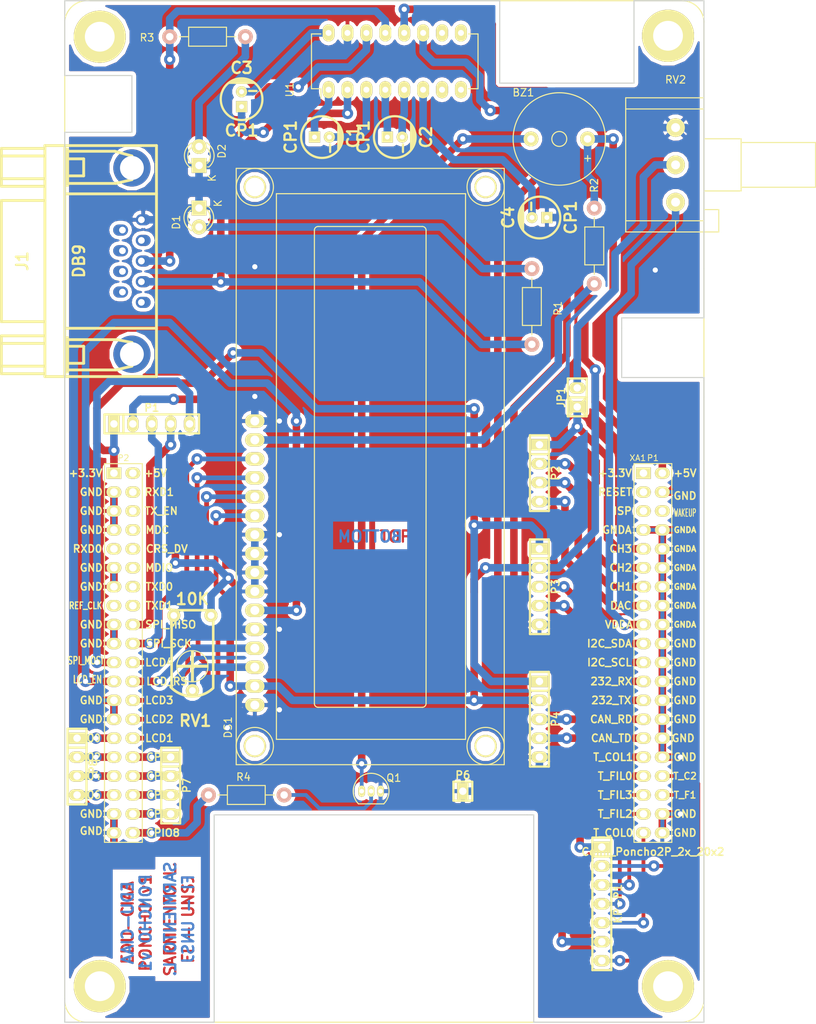
<source format=kicad_pcb>
(kicad_pcb (version 4) (host pcbnew 4.0.0-rc2-stable)
  (title_block (title "Poncho Grande - Modelo - Ejemplo - Template") (date 2015-10-06) (rev 1.0) (company "Proyecto CIAA - COMPUTADORA INDUSTRIAL ABIERTA ARGENTINA") (comment 1 https://github.com/ciaa/Ponchos/tree/master/modelos/doc) (comment 2 "Autores y Licencia del template (Diego Brengi - UNLaM)") (comment 3 "Autor del poncho (Leandro Gustavo Sarmiento). Ver directorio \"doc\"") (comment 4 "CÓDIGO PONCHO: Prototipo"))
  (layers (0 F.Cu signal) (31 B.Cu signal) (34 B.Paste user hide) (35 F.Paste user hide) (36 B.SilkS user hide) (37 F.SilkS user) (38 B.Mask user) (39 F.Mask user) (44 Edge.Cuts user))
  (net 0 "")
  (net 1 "/Circuito Principal/GPIO3")
  (net 2 GND)
  (net 3 "/Circuito Principal/GPIO7")
  (net 4 "/Circuito Principal/GPIO8")
  (net 5 "/Circuito Principal/ADC1")
  (net 6 "/Circuito Principal/ADC2")
  (net 7 "/Circuito Principal/ADC3")
  (net 8 "/Circuito Principal/DAC")
  (net 9 "/Circuito Principal/RXD")
  (net 10 +5V)
  (net 11 "/Circuito Principal/TXD")
  (net 12 "/Circuito Principal/COL0")
  (net 13 "/Circuito Principal/COL1")
  (net 14 "/Circuito Principal/F2")
  (net 15 "/Circuito Principal/F0")
  (net 16 "/Circuito Principal/F3")
  (net 17 "/Circuito Principal/LCD4")
  (net 18 "/Circuito Principal/RS")
  (net 19 +3.3VP)
  (net 20 "/Circuito Principal/RD")
  (net 21 "/Circuito Principal/TD")
  (net 22 "/Circuito Principal/SDA")
  (net 23 "/Circuito Principal/spiCCK")
  (net 24 "/Circuito Principal/MISO")
  (net 25 "/Circuito Principal/ISP")
  (net 26 "/Circuito Principal/RESET")
  (net 27 "/Circuito Principal/GPIO5")
  (net 28 "/Circuito Principal/LCD1")
  (net 29 "/Circuito Principal/LCD2")
  (net 30 "/Circuito Principal/LCD3")
  (net 31 +3.3V)
  (net 32 +5VP)
  (net 33 "/Circuito Principal/GPIO1")
  (net 34 "/Circuito Principal/RXD1")
  (net 35 "/Circuito Principal/TXEN")
  (net 36 "/Circuito Principal/MDC")
  (net 37 "/Circuito Principal/CRS")
  (net 38 "/Circuito Principal/MDIO")
  (net 39 "/Circuito Principal/TXD0")
  (net 40 "/Circuito Principal/TXD1")
  (net 41 +3.3VADC)
  (net 42 "/Circuito Principal/SCL")
  (net 43 "Net-(BZ1-Pad2)")
  (net 44 "Net-(C1-Pad1)")
  (net 45 "Net-(C1-Pad2)")
  (net 46 "Net-(C2-Pad1)")
  (net 47 "Net-(C2-Pad2)")
  (net 48 "Net-(C3-Pad1)")
  (net 49 "Net-(C3-Pad2)")
  (net 50 "Net-(C4-Pad2)")
  (net 51 "Net-(D1-Pad2)")
  (net 52 "Net-(D2-Pad2)")
  (net 53 "Net-(DS1-Pad3)")
  (net 54 "/Circuito Principal/LCD_EN")
  (net 55 "Net-(DS1-Pad15)")
  (net 56 "Net-(J1-Pad3)")
  (net 57 "Net-(J1-Pad2)")
  (net 58 "Net-(J1-Pad1)")
  (net 59 "Net-(J1-Pad4)")
  (net 60 "Net-(J1-Pad9)")
  (net 61 "Net-(J1-Pad8)")
  (net 62 "Net-(J1-Pad7)")
  (net 63 "Net-(J1-Pad6)")
  (net 64 "Net-(JP1-Pad2)")
  (net 65 "/Circuito Principal/F1")
  (net 66 "/Circuito Principal/COL2")
  (net 67 "/Circuito Principal/MOSI")
  (net 68 "/Circuito Principal/RCLK")
  (net 69 "/Circuito Principal/RXD0")
  (net 70 "/Circuito Principal/GPIO0")
  (net 71 "/Circuito Principal/GPIO2")
  (net 72 "/Circuito Principal/GPIO4")
  (net 73 "/Circuito Principal/GPIO6")
  (net 74 "Net-(Q1-Pad2)")
  (net 75 "Net-(U1-Pad7)")
  (net 76 "Net-(U1-Pad8)")
  (net 77 "Net-(U1-Pad9)")
  (net 78 "Net-(U1-Pad10)")
  (net 79 "/Circuito Principal/WAKEUP")
  (module mod:poncho_grande (layer F.Cu) (at 151.13 88.9)
    (fp_text reference XA1 (at -0.762 -2.032 180) (layer F.SilkS) (effects (font (size 0.8 0.8) (thickness 0.12))))
    (fp_text value Conn_Poncho2P_2x_20x2 (at 1.27 50.8) (layer F.SilkS) (effects (font (size 1.016 1.016) (thickness 0.2032))))
    (fp_text user GPIO8 (at -64.516 48.26) (layer F.SilkS) (effects (font (thickness 0.2))))
    (fp_text user GPIO7 (at -64.516 45.72) (layer F.SilkS) (effects (font (thickness 0.2))))
    (fp_text user GPIO5 (at -64.516 43.18) (layer F.SilkS) (effects (font (thickness 0.2))))
    (fp_text user GPIO3 (at -64.516 40.64) (layer F.SilkS) (effects (font (thickness 0.2))))
    (fp_text user GPIO1 (at -64.516 38.1) (layer F.SilkS) (effects (font (thickness 0.2))))
    (fp_text user LCD1 (at -65.024 35.56) (layer F.SilkS) (effects (font (thickness 0.2))))
    (fp_text user LCD2 (at -65.024 33.02) (layer F.SilkS) (effects (font (thickness 0.2))))
    (fp_text user LCD3 (at -65.024 30.48) (layer F.SilkS) (effects (font (thickness 0.2))))
    (fp_text user LCD_RS (at -64.008 27.94) (layer F.SilkS) (effects (font (thickness 0.2))))
    (fp_text user LCD4 (at -65.024 25.4) (layer F.SilkS) (effects (font (thickness 0.2))))
    (fp_text user SPI_SCK (at -63.754 22.86) (layer F.SilkS) (effects (font (thickness 0.2))))
    (fp_text user SPI_MISO (at -63.5 20.32) (layer F.SilkS) (effects (font (thickness 0.2))))
    (fp_text user TXD1 (at -65.024 17.78) (layer F.SilkS) (effects (font (thickness 0.2))))
    (fp_text user TXD0 (at -65.024 15.24) (layer F.SilkS) (effects (font (thickness 0.2))))
    (fp_text user MDIO (at -65.024 12.7) (layer F.SilkS) (effects (font (thickness 0.2))))
    (fp_text user CRS_DV (at -64.008 10.16) (layer F.SilkS) (effects (font (thickness 0.2))))
    (fp_text user MDC (at -65.278 7.62) (layer F.SilkS) (effects (font (thickness 0.2))))
    (fp_text user TX_EN (at -64.77 5.08) (layer F.SilkS) (effects (font (thickness 0.2))))
    (fp_text user RXD1 (at -65.024 2.54) (layer F.SilkS) (effects (font (thickness 0.2))))
    (fp_text user +5V (at -65.532 0) (layer F.SilkS) (effects (font (thickness 0.2))))
    (fp_text user GND (at -74.168 48.006) (layer F.SilkS) (effects (font (thickness 0.2))))
    (fp_text user GND (at -74.168 45.72) (layer F.SilkS) (effects (font (thickness 0.2))))
    (fp_text user GPIO6 (at -74.93 43.18) (layer F.SilkS) (effects (font (size 1 0.9) (thickness 0.2))))
    (fp_text user GPIO4 (at -74.93 40.64) (layer F.SilkS) (effects (font (size 1 0.9) (thickness 0.2))))
    (fp_text user GPIO2 (at -74.93 38.1) (layer F.SilkS) (effects (font (size 1 0.9) (thickness 0.2))))
    (fp_text user GPIO0 (at -74.93 35.56) (layer F.SilkS) (effects (font (size 1 0.9) (thickness 0.2))))
    (fp_text user GND (at -74.168 33.02) (layer F.SilkS) (effects (font (thickness 0.2))))
    (fp_text user GND (at -74.168 30.48) (layer F.SilkS) (effects (font (thickness 0.2))))
    (fp_text user LCD_EN (at -74.676 27.686) (layer F.SilkS) (effects (font (size 1 0.7) (thickness 0.17))))
    (fp_text user SPI_MOSI (at -74.93 25.146) (layer F.SilkS) (effects (font (size 1 0.7) (thickness 0.17))))
    (fp_text user GND (at -74.168 22.86) (layer F.SilkS) (effects (font (thickness 0.2))))
    (fp_text user GND (at -74.168 20.32) (layer F.SilkS) (effects (font (thickness 0.2))))
    (fp_text user REF_CLK (at -74.93 17.78) (layer F.SilkS) (effects (font (size 0.9 0.7) (thickness 0.175))))
    (fp_text user GND (at -74.168 15.24) (layer F.SilkS) (effects (font (thickness 0.2))))
    (fp_text user GND (at -74.168 12.7) (layer F.SilkS) (effects (font (thickness 0.2))))
    (fp_text user GND (at -74.168 7.62) (layer F.SilkS) (effects (font (thickness 0.2))))
    (fp_text user RXD0 (at -74.676 10.16) (layer F.SilkS) (effects (font (thickness 0.2))))
    (fp_text user GND (at -74.168 5.08) (layer F.SilkS) (effects (font (thickness 0.2))))
    (fp_text user GND (at -74.168 2.54) (layer F.SilkS) (effects (font (thickness 0.2))))
    (fp_text user +3.3V (at -74.93 0) (layer F.SilkS) (effects (font (thickness 0.2))))
    (fp_text user GND (at 5.588 48.26) (layer F.SilkS) (effects (font (thickness 0.2))))
    (fp_text user GND (at 5.588 45.72) (layer F.SilkS) (effects (font (thickness 0.2))))
    (fp_text user T_F1 (at 5.588 43.18) (layer F.SilkS) (effects (font (size 0.9 0.9) (thickness 0.18))))
    (fp_text user T_C2 (at 5.588 40.64) (layer F.SilkS) (effects (font (size 0.9 0.9) (thickness 0.18))))
    (fp_text user GND (at 5.588 38.1) (layer F.SilkS) (effects (font (thickness 0.2))))
    (fp_text user GND (at 5.334 35.56) (layer F.SilkS) (effects (font (thickness 0.2))))
    (fp_text user GND (at 5.588 33.02) (layer F.SilkS) (effects (font (thickness 0.2))))
    (fp_text user GND (at 5.588 30.48) (layer F.SilkS) (effects (font (thickness 0.2))))
    (fp_text user GND (at 5.588 27.94) (layer F.SilkS) (effects (font (thickness 0.2))))
    (fp_text user GND (at 5.588 25.4) (layer F.SilkS) (effects (font (thickness 0.2))))
    (fp_text user GND (at 5.588 22.86) (layer F.SilkS) (effects (font (thickness 0.2))))
    (fp_text user GNDA (at 5.588 20.32) (layer F.SilkS) (effects (font (size 0.76 0.76) (thickness 0.19))))
    (fp_text user GNDA (at 5.588 17.78) (layer F.SilkS) (effects (font (size 0.76 0.76) (thickness 0.19))))
    (fp_text user GNDA (at 5.588 15.24) (layer F.SilkS) (effects (font (size 0.76 0.76) (thickness 0.19))))
    (fp_text user GNDA (at 5.588 12.7) (layer F.SilkS) (effects (font (size 0.76 0.76) (thickness 0.19))))
    (fp_text user GNDA (at 5.588 10.16) (layer F.SilkS) (effects (font (size 0.76 0.76) (thickness 0.19))))
    (fp_text user GNDA (at 5.588 7.62) (layer F.SilkS) (effects (font (size 0.76 0.76) (thickness 0.19))))
    (fp_text user WAKEUP (at 5.588 5.334) (layer F.SilkS) (effects (font (size 1 0.5) (thickness 0.125))))
    (fp_text user GND (at 5.588 3.048) (layer F.SilkS) (effects (font (thickness 0.2))))
    (fp_text user +5V (at 5.588 0) (layer F.SilkS) (effects (font (thickness 0.2))))
    (fp_text user T_COL0 (at -4.064 48.26) (layer F.SilkS) (effects (font (thickness 0.2))))
    (fp_text user T_FIL2 (at -3.81 45.72) (layer F.SilkS) (effects (font (thickness 0.2))))
    (fp_text user T_FIL3 (at -3.81 43.18) (layer F.SilkS) (effects (font (thickness 0.2))))
    (fp_text user T_FIL0 (at -3.81 40.64) (layer F.SilkS) (effects (font (thickness 0.2))))
    (fp_text user T_COL1 (at -4.064 38.1) (layer F.SilkS) (effects (font (thickness 0.2))))
    (fp_text user CAN_TD (at -4.318 35.56) (layer F.SilkS) (effects (font (thickness 0.2))))
    (fp_text user CAN_RD (at -4.318 33.02) (layer F.SilkS) (effects (font (thickness 0.2))))
    (fp_text user 232_TX (at -4.318 30.48) (layer F.SilkS) (effects (font (thickness 0.2))))
    (fp_text user 232_RX (at -4.318 27.94) (layer F.SilkS) (effects (font (thickness 0.2))))
    (fp_text user I2C_SCL (at -4.572 25.4) (layer F.SilkS) (effects (font (thickness 0.2))))
    (fp_text user I2C_SDA (at -4.572 22.86) (layer F.SilkS) (effects (font (thickness 0.2))))
    (fp_text user VDDA (at -3.302 20.32) (layer F.SilkS) (effects (font (thickness 0.2))))
    (fp_text user DAC (at -3.048 17.78) (layer F.SilkS) (effects (font (thickness 0.2))))
    (fp_text user CH1 (at -3.048 15.24) (layer F.SilkS) (effects (font (thickness 0.2))))
    (fp_text user CH2 (at -3.048 12.7) (layer F.SilkS) (effects (font (thickness 0.2))))
    (fp_text user CH3 (at -3.048 10.16) (layer F.SilkS) (effects (font (thickness 0.2))))
    (fp_text user GNDA (at -3.556 7.62) (layer F.SilkS) (effects (font (thickness 0.2))))
    (fp_text user ISP (at -2.794 5.08) (layer F.SilkS) (effects (font (thickness 0.2))))
    (fp_text user RESET (at -3.81 2.54) (layer F.SilkS) (effects (font (thickness 0.2))))
    (fp_text user P2 (at -69.85 -2.032) (layer F.SilkS) (effects (font (size 0.8 0.8) (thickness 0.12))))
    (fp_text user P1 (at 1.27 -2.032) (layer F.SilkS) (effects (font (size 0.8 0.8) (thickness 0.12))))
    (fp_text user +3.3V (at -3.81 0) (layer F.SilkS) (effects (font (thickness 0.2))))
    (pad 1 thru_hole rect (at 0 0 270) (size 1.524 2) (drill 1.016) (layers *.Cu *.Mask F.SilkS) (net 31 +3.3V))
    (pad 2 thru_hole oval (at 2.54 0 270) (size 1.524 2) (drill 1.016) (layers *.Cu *.Mask F.SilkS) (net 10 +5V))
    (pad 11 thru_hole oval (at 0 12.7 270) (size 1.524 2) (drill 1.016) (layers *.Cu *.Mask F.SilkS) (net 6 "/Circuito Principal/ADC2"))
    (pad 4 thru_hole oval (at 2.54 2.54 270) (size 1.524 2) (drill 1.016) (layers *.Cu *.Mask F.SilkS) (net 2 GND))
    (pad 13 thru_hole oval (at 0 15.24 270) (size 1.524 2) (drill 1.016) (layers *.Cu *.Mask F.SilkS) (net 5 "/Circuito Principal/ADC1"))
    (pad 6 thru_hole oval (at 2.54 5.08 270) (size 1.524 2) (drill 1.016) (layers *.Cu *.Mask F.SilkS) (net 79 "/Circuito Principal/WAKEUP"))
    (pad 15 thru_hole oval (at 0 17.78 270) (size 1.524 2) (drill 1.016) (layers *.Cu *.Mask F.SilkS) (net 8 "/Circuito Principal/DAC"))
    (pad 8 thru_hole oval (at 2.54 7.62 270) (size 1.524 2) (drill 1.016) (layers *.Cu *.Mask F.SilkS) (net 2 GND))
    (pad 17 thru_hole oval (at 0 20.32 270) (size 1.524 2) (drill 1.016) (layers *.Cu *.Mask F.SilkS) (net 41 +3.3VADC))
    (pad 10 thru_hole oval (at 2.54 10.16 270) (size 1.524 2) (drill 1.016) (layers *.Cu *.Mask F.SilkS) (net 2 GND))
    (pad 19 thru_hole oval (at 0 22.86 270) (size 1.524 2) (drill 1.016) (layers *.Cu *.Mask F.SilkS) (net 22 "/Circuito Principal/SDA"))
    (pad 12 thru_hole oval (at 2.54 12.7 270) (size 1.524 2) (drill 1.016) (layers *.Cu *.Mask F.SilkS) (net 2 GND))
    (pad 21 thru_hole oval (at 0 25.4 270) (size 1.524 2) (drill 1.016) (layers *.Cu *.Mask F.SilkS) (net 42 "/Circuito Principal/SCL"))
    (pad 14 thru_hole oval (at 2.54 15.24 270) (size 1.524 2) (drill 1.016) (layers *.Cu *.Mask F.SilkS) (net 2 GND))
    (pad 23 thru_hole oval (at 0 27.94 270) (size 1.524 2) (drill 1.016) (layers *.Cu *.Mask F.SilkS) (net 9 "/Circuito Principal/RXD"))
    (pad 16 thru_hole oval (at 2.54 17.78 270) (size 1.524 2) (drill 1.016) (layers *.Cu *.Mask F.SilkS) (net 2 GND))
    (pad 25 thru_hole oval (at 0 30.48 270) (size 1.524 2) (drill 1.016) (layers *.Cu *.Mask F.SilkS) (net 11 "/Circuito Principal/TXD"))
    (pad 18 thru_hole oval (at 2.54 20.32 270) (size 1.524 2) (drill 1.016) (layers *.Cu *.Mask F.SilkS) (net 2 GND))
    (pad 27 thru_hole oval (at 0 33.02 270) (size 1.524 2) (drill 1.016) (layers *.Cu *.Mask F.SilkS) (net 20 "/Circuito Principal/RD"))
    (pad 20 thru_hole oval (at 2.54 22.86 270) (size 1.524 2) (drill 1.016) (layers *.Cu *.Mask F.SilkS) (net 2 GND))
    (pad 29 thru_hole oval (at 0 35.56 270) (size 1.524 2) (drill 1.016) (layers *.Cu *.Mask F.SilkS) (net 21 "/Circuito Principal/TD"))
    (pad 22 thru_hole oval (at 2.54 25.4 270) (size 1.524 2) (drill 1.016) (layers *.Cu *.Mask F.SilkS) (net 2 GND))
    (pad 31 thru_hole oval (at 0 38.1 270) (size 1.524 2) (drill 1.016) (layers *.Cu *.Mask F.SilkS) (net 13 "/Circuito Principal/COL1"))
    (pad 24 thru_hole oval (at 2.54 27.94 270) (size 1.524 2) (drill 1.016) (layers *.Cu *.Mask F.SilkS) (net 2 GND))
    (pad 26 thru_hole oval (at 2.54 30.48 270) (size 1.524 2) (drill 1.016) (layers *.Cu *.Mask F.SilkS) (net 2 GND))
    (pad 33 thru_hole oval (at 0 40.64 270) (size 1.524 2) (drill 1.016) (layers *.Cu *.Mask F.SilkS) (net 15 "/Circuito Principal/F0"))
    (pad 28 thru_hole oval (at 2.54 33.02 270) (size 1.524 2) (drill 1.016) (layers *.Cu *.Mask F.SilkS) (net 2 GND))
    (pad 32 thru_hole oval (at 2.54 38.1 270) (size 1.524 2) (drill 1.016) (layers *.Cu *.Mask F.SilkS) (net 2 GND))
    (pad 34 thru_hole oval (at 2.54 40.64 270) (size 1.524 2) (drill 1.016) (layers *.Cu *.Mask F.SilkS) (net 66 "/Circuito Principal/COL2"))
    (pad 36 thru_hole oval (at 2.54 43.18 270) (size 1.524 2) (drill 1.016) (layers *.Cu *.Mask F.SilkS) (net 65 "/Circuito Principal/F1"))
    (pad 38 thru_hole oval (at 2.54 45.72 270) (size 1.524 2) (drill 1.016) (layers *.Cu *.Mask F.SilkS) (net 2 GND))
    (pad 35 thru_hole oval (at 0 43.18 270) (size 1.524 2) (drill 1.016) (layers *.Cu *.Mask F.SilkS) (net 16 "/Circuito Principal/F3"))
    (pad 37 thru_hole oval (at 0 45.72 270) (size 1.524 2) (drill 1.016) (layers *.Cu *.Mask F.SilkS) (net 14 "/Circuito Principal/F2"))
    (pad 3 thru_hole oval (at 0 2.54 270) (size 1.524 2) (drill 1.016) (layers *.Cu *.Mask F.SilkS) (net 26 "/Circuito Principal/RESET"))
    (pad 5 thru_hole oval (at 0 5.08 270) (size 1.524 2) (drill 1.016) (layers *.Cu *.Mask F.SilkS) (net 25 "/Circuito Principal/ISP"))
    (pad 7 thru_hole oval (at 0 7.62 270) (size 1.524 2) (drill 1.016) (layers *.Cu *.Mask F.SilkS) (net 2 GND))
    (pad 9 thru_hole oval (at 0 10.16 270) (size 1.524 2) (drill 1.016) (layers *.Cu *.Mask F.SilkS) (net 7 "/Circuito Principal/ADC3"))
    (pad 39 thru_hole oval (at 0 48.26 270) (size 1.524 2) (drill 1.016) (layers *.Cu *.Mask F.SilkS) (net 12 "/Circuito Principal/COL0"))
    (pad 40 thru_hole oval (at 2.54 48.26 270) (size 1.524 2) (drill 1.016) (layers *.Cu *.Mask F.SilkS) (net 2 GND))
    (pad 30 thru_hole oval (at 2.54 35.56 270) (size 1.524 2) (drill 1.016) (layers *.Cu *.Mask F.SilkS) (net 2 GND))
    (pad 41 thru_hole rect (at -71.12 0 270) (size 1.524 2) (drill 1.016) (layers *.Cu *.Mask F.SilkS) (net 19 +3.3VP))
    (pad 42 thru_hole oval (at -68.58 0 270) (size 1.524 2) (drill 1.016) (layers *.Cu *.Mask F.SilkS) (net 32 +5VP))
    (pad 43 thru_hole oval (at -71.12 2.54 270) (size 1.524 2) (drill 1.016) (layers *.Cu *.Mask F.SilkS) (net 2 GND))
    (pad 44 thru_hole oval (at -68.58 2.54 270) (size 1.524 2) (drill 1.016) (layers *.Cu *.Mask F.SilkS) (net 34 "/Circuito Principal/RXD1"))
    (pad 45 thru_hole oval (at -71.12 5.08 270) (size 1.524 2) (drill 1.016) (layers *.Cu *.Mask F.SilkS) (net 2 GND))
    (pad 46 thru_hole oval (at -68.58 5.08 270) (size 1.524 2) (drill 1.016) (layers *.Cu *.Mask F.SilkS) (net 35 "/Circuito Principal/TXEN"))
    (pad 47 thru_hole oval (at -71.12 7.62 270) (size 1.524 2) (drill 1.016) (layers *.Cu *.Mask F.SilkS) (net 2 GND))
    (pad 48 thru_hole oval (at -68.58 7.62 270) (size 1.524 2) (drill 1.016) (layers *.Cu *.Mask F.SilkS) (net 36 "/Circuito Principal/MDC"))
    (pad 49 thru_hole oval (at -71.12 10.16 270) (size 1.524 2) (drill 1.016) (layers *.Cu *.Mask F.SilkS) (net 69 "/Circuito Principal/RXD0"))
    (pad 50 thru_hole oval (at -68.58 10.16 270) (size 1.524 2) (drill 1.016) (layers *.Cu *.Mask F.SilkS) (net 37 "/Circuito Principal/CRS"))
    (pad 51 thru_hole oval (at -71.12 12.7 270) (size 1.524 2) (drill 1.016) (layers *.Cu *.Mask F.SilkS) (net 2 GND))
    (pad 52 thru_hole oval (at -68.58 12.7 270) (size 1.524 2) (drill 1.016) (layers *.Cu *.Mask F.SilkS) (net 38 "/Circuito Principal/MDIO"))
    (pad 53 thru_hole oval (at -71.12 15.24 270) (size 1.524 2) (drill 1.016) (layers *.Cu *.Mask F.SilkS) (net 2 GND))
    (pad 54 thru_hole oval (at -68.58 15.24 270) (size 1.524 2) (drill 1.016) (layers *.Cu *.Mask F.SilkS) (net 39 "/Circuito Principal/TXD0"))
    (pad 55 thru_hole oval (at -71.12 17.78 270) (size 1.524 2) (drill 1.016) (layers *.Cu *.Mask F.SilkS) (net 68 "/Circuito Principal/RCLK"))
    (pad 56 thru_hole oval (at -68.58 17.78 270) (size 1.524 2) (drill 1.016) (layers *.Cu *.Mask F.SilkS) (net 40 "/Circuito Principal/TXD1"))
    (pad 57 thru_hole oval (at -71.12 20.32 270) (size 1.524 2) (drill 1.016) (layers *.Cu *.Mask F.SilkS) (net 2 GND))
    (pad 58 thru_hole oval (at -68.58 20.32 270) (size 1.524 2) (drill 1.016) (layers *.Cu *.Mask F.SilkS) (net 24 "/Circuito Principal/MISO"))
    (pad 59 thru_hole oval (at -71.12 22.86 270) (size 1.524 2) (drill 1.016) (layers *.Cu *.Mask F.SilkS) (net 2 GND))
    (pad 60 thru_hole oval (at -68.58 22.86 270) (size 1.524 2) (drill 1.016) (layers *.Cu *.Mask F.SilkS) (net 23 "/Circuito Principal/spiCCK"))
    (pad 61 thru_hole oval (at -71.12 25.4 270) (size 1.524 2) (drill 1.016) (layers *.Cu *.Mask F.SilkS) (net 67 "/Circuito Principal/MOSI"))
    (pad 62 thru_hole oval (at -68.58 25.4 270) (size 1.524 2) (drill 1.016) (layers *.Cu *.Mask F.SilkS) (net 17 "/Circuito Principal/LCD4"))
    (pad 63 thru_hole oval (at -71.12 27.94 270) (size 1.524 2) (drill 1.016) (layers *.Cu *.Mask F.SilkS) (net 54 "/Circuito Principal/LCD_EN"))
    (pad 64 thru_hole oval (at -68.58 27.94 270) (size 1.524 2) (drill 1.016) (layers *.Cu *.Mask F.SilkS) (net 18 "/Circuito Principal/RS"))
    (pad 65 thru_hole oval (at -71.12 30.48 270) (size 1.524 2) (drill 1.016) (layers *.Cu *.Mask F.SilkS) (net 2 GND))
    (pad 66 thru_hole oval (at -68.58 30.48 270) (size 1.524 2) (drill 1.016) (layers *.Cu *.Mask F.SilkS) (net 30 "/Circuito Principal/LCD3"))
    (pad 67 thru_hole oval (at -71.12 33.02 270) (size 1.524 2) (drill 1.016) (layers *.Cu *.Mask F.SilkS) (net 2 GND))
    (pad 68 thru_hole oval (at -68.58 33.02 270) (size 1.524 2) (drill 1.016) (layers *.Cu *.Mask F.SilkS) (net 29 "/Circuito Principal/LCD2"))
    (pad 69 thru_hole oval (at -71.12 35.56 270) (size 1.524 2) (drill 1.016) (layers *.Cu *.Mask F.SilkS) (net 70 "/Circuito Principal/GPIO0"))
    (pad 70 thru_hole oval (at -68.58 35.56 270) (size 1.524 2) (drill 1.016) (layers *.Cu *.Mask F.SilkS) (net 28 "/Circuito Principal/LCD1"))
    (pad 71 thru_hole oval (at -71.12 38.1 270) (size 1.524 2) (drill 1.016) (layers *.Cu *.Mask F.SilkS) (net 71 "/Circuito Principal/GPIO2"))
    (pad 72 thru_hole oval (at -68.58 38.1 270) (size 1.524 2) (drill 1.016) (layers *.Cu *.Mask F.SilkS) (net 33 "/Circuito Principal/GPIO1"))
    (pad 73 thru_hole oval (at -71.12 40.64 270) (size 1.524 2) (drill 1.016) (layers *.Cu *.Mask F.SilkS) (net 72 "/Circuito Principal/GPIO4"))
    (pad 74 thru_hole oval (at -68.58 40.64 270) (size 1.524 2) (drill 1.016) (layers *.Cu *.Mask F.SilkS) (net 1 "/Circuito Principal/GPIO3"))
    (pad 75 thru_hole oval (at -71.12 43.18 270) (size 1.524 2) (drill 1.016) (layers *.Cu *.Mask F.SilkS) (net 73 "/Circuito Principal/GPIO6"))
    (pad 76 thru_hole oval (at -68.58 43.18 270) (size 1.524 2) (drill 1.016) (layers *.Cu *.Mask F.SilkS) (net 27 "/Circuito Principal/GPIO5"))
    (pad 77 thru_hole oval (at -71.12 45.72 270) (size 1.524 2) (drill 1.016) (layers *.Cu *.Mask F.SilkS) (net 2 GND))
    (pad 78 thru_hole oval (at -68.58 45.72 270) (size 1.524 2) (drill 1.016) (layers *.Cu *.Mask F.SilkS) (net 3 "/Circuito Principal/GPIO7"))
    (pad 79 thru_hole oval (at -71.12 48.26 270) (size 1.524 2) (drill 1.016) (layers *.Cu *.Mask F.SilkS) (net 2 GND))
    (pad 80 thru_hole oval (at -68.58 48.26 270) (size 1.524 2) (drill 1.016) (layers *.Cu *.Mask F.SilkS) (net 4 "/Circuito Principal/GPIO8"))
    (pad ~ thru_hole circle (at -73.025 68.834) (size 7 7) (drill 4) (layers *.Cu *.Mask F.SilkS))
    (pad ~ thru_hole circle (at 3.302 68.834) (size 7 7) (drill 4) (layers *.Cu *.Mask F.SilkS))
    (pad ~ thru_hole circle (at -73.025 -58.547) (size 7 7) (drill 4) (layers *.Cu *.Mask F.SilkS))
    (pad ~ thru_hole circle (at 3.302 -58.674) (size 7 7) (drill 4) (layers *.Cu *.Mask F.SilkS))
  )
  (module Buzzers_Beepers:Buzzer_12x9.5RM7.6 (layer F.Cu) (at 139.827 44.069 180)
    (fp_text reference BZ1 (at 4.826 6.223 180) (layer F.SilkS))
    (fp_text value buzzer)
    (fp_text user + (at -3.81 -2.54 180) (layer F.SilkS))
    (pad 1 thru_hole circle (at -3.79984 0 180) (size 2 2) (drill 1.00076) (layers *.Cu *.Mask F.SilkS) (net 10 +5V))
    (pad 2 thru_hole circle (at 3.79984 0 180) (size 2 2) (drill 1.00076) (layers *.Cu *.Mask F.SilkS) (net 43 "Net-(BZ1-Pad2)"))
  )
  (module w_capacitors:CP_5x11mm (layer F.Cu) (at 107.95 43.815 270)
    (fp_text reference C1 (at 0 -4.2 270) (layer F.SilkS) (effects (font (thickness 0.3048))))
    (fp_text value CP1 (at 0 4.2 270) (layer F.SilkS) (effects (font (thickness 0.3048))))
    (pad 1 thru_hole rect (at 0 1 270) (size 1.5 1.5) (drill 0.65) (layers *.Cu *.Mask F.SilkS) (net 44 "Net-(C1-Pad1)"))
    (pad 2 thru_hole circle (at 0 -1 270) (size 1.5 1.5) (drill 0.65) (layers *.Cu *.Mask F.SilkS) (net 45 "Net-(C1-Pad2)"))
  )
  (module w_capacitors:CP_5x11mm (layer F.Cu) (at 117.729 43.815 270)
    (fp_text reference C2 (at 0 -4.2 270) (layer F.SilkS) (effects (font (thickness 0.3048))))
    (fp_text value CP1 (at 0 4.2 270) (layer F.SilkS) (effects (font (thickness 0.3048))))
    (pad 1 thru_hole rect (at 0 1 270) (size 1.5 1.5) (drill 0.65) (layers *.Cu *.Mask F.SilkS) (net 46 "Net-(C2-Pad1)"))
    (pad 2 thru_hole circle (at 0 -1 270) (size 1.5 1.5) (drill 0.65) (layers *.Cu *.Mask F.SilkS) (net 47 "Net-(C2-Pad2)"))
  )
  (module w_capacitors:CP_5x11mm (layer F.Cu) (at 97.155 38.735)
    (fp_text reference C3 (at 0 -4.2) (layer F.SilkS) (effects (font (thickness 0.3048))))
    (fp_text value CP1 (at 0 4.2) (layer F.SilkS) (effects (font (thickness 0.3048))))
    (pad 1 thru_hole rect (at 0 1) (size 1.5 1.5) (drill 0.65) (layers *.Cu *.Mask F.SilkS) (net 48 "Net-(C3-Pad1)"))
    (pad 2 thru_hole circle (at 0 -1) (size 1.5 1.5) (drill 0.65) (layers *.Cu *.Mask F.SilkS) (net 49 "Net-(C3-Pad2)"))
  )
  (module w_capacitors:CP_5x11mm (layer F.Cu) (at 137.16 54.61 90)
    (fp_text reference C4 (at 0 -4.2 90) (layer F.SilkS) (effects (font (thickness 0.3048))))
    (fp_text value CP1 (at 0 4.2 90) (layer F.SilkS) (effects (font (thickness 0.3048))))
    (pad 1 thru_hole rect (at 0 1 90) (size 1.5 1.5) (drill 0.65) (layers *.Cu *.Mask F.SilkS) (net 2 GND))
    (pad 2 thru_hole circle (at 0 -1 90) (size 1.5 1.5) (drill 0.65) (layers *.Cu *.Mask F.SilkS) (net 50 "Net-(C4-Pad2)"))
  )
  (module LEDs:LED-3MM (layer F.Cu) (at 91.44 53.34 270)
    (fp_text reference D1 (at 1.91 3.06 270) (layer F.SilkS))
    (fp_text value Led_Small)
    (fp_text user K (at -0.635 -2.54 270) (layer F.SilkS))
    (pad 1 thru_hole rect (at 0 0) (size 2 2) (drill 1.00076) (layers *.Cu *.Mask F.SilkS) (net 2 GND))
    (pad 2 thru_hole circle (at 2.54 0 270) (size 2 2) (drill 1.00076) (layers *.Cu *.Mask F.SilkS) (net 51 "Net-(D1-Pad2)"))
  )
  (module LEDs:LED-3MM (layer F.Cu) (at 91.44 47.625 90)
    (fp_text reference D2 (at 1.91 3.06 90) (layer F.SilkS))
    (fp_text value Led_Small)
    (fp_text user K (at -1.69 1.74 90) (layer F.SilkS))
    (pad 1 thru_hole rect (at 0 0 180) (size 2 2) (drill 1.00076) (layers *.Cu *.Mask F.SilkS) (net 2 GND))
    (pad 2 thru_hole circle (at 2.54 0 90) (size 2 2) (drill 1.00076) (layers *.Cu *.Mask F.SilkS) (net 52 "Net-(D2-Pad2)"))
  )
  (module Display:WC1602A (layer F.Cu) (at 98.933 120.015 90)
    (fp_text reference DS1 (at -2.99974 -3.59918 90) (layer F.SilkS))
    (fp_text value LCD16X2)
    (pad 1 thru_hole oval (at 0 0 90) (size 1.8 2.6) (drill 1.2) (layers *.Cu *.Mask F.SilkS) (net 2 GND))
    (pad 2 thru_hole oval (at 2.54 0 90) (size 1.8 2.6) (drill 1.2) (layers *.Cu *.Mask F.SilkS) (net 10 +5V))
    (pad 3 thru_hole oval (at 5.08 0 90) (size 1.8 2.6) (drill 1.2) (layers *.Cu *.Mask F.SilkS) (net 53 "Net-(DS1-Pad3)"))
    (pad 4 thru_hole oval (at 7.62 0 90) (size 1.8 2.6) (drill 1.2) (layers *.Cu *.Mask F.SilkS) (net 18 "/Circuito Principal/RS"))
    (pad 5 thru_hole oval (at 10.16 0 90) (size 1.8 2.6) (drill 1.2) (layers *.Cu *.Mask F.SilkS) (net 2 GND))
    (pad 6 thru_hole oval (at 12.7 0 90) (size 1.8 2.6) (drill 1.2) (layers *.Cu *.Mask F.SilkS) (net 54 "/Circuito Principal/LCD_EN"))
    (pad 7 thru_hole oval (at 15.24 0 90) (size 1.8 2.6) (drill 1.2) (layers *.Cu *.Mask F.SilkS) (net 2 GND))
    (pad 8 thru_hole oval (at 17.78 0 90) (size 1.8 2.6) (drill 1.2) (layers *.Cu *.Mask F.SilkS) (net 2 GND))
    (pad 9 thru_hole oval (at 20.32 0 90) (size 1.8 2.6) (drill 1.2) (layers *.Cu *.Mask F.SilkS) (net 2 GND))
    (pad 10 thru_hole oval (at 22.86 0 90) (size 1.8 2.6) (drill 1.2) (layers *.Cu *.Mask F.SilkS) (net 2 GND))
    (pad 11 thru_hole oval (at 25.4 0 90) (size 1.8 2.6) (drill 1.2) (layers *.Cu *.Mask F.SilkS) (net 28 "/Circuito Principal/LCD1"))
    (pad 12 thru_hole oval (at 27.94 0 90) (size 1.8 2.6) (drill 1.2) (layers *.Cu *.Mask F.SilkS) (net 29 "/Circuito Principal/LCD2"))
    (pad 13 thru_hole oval (at 30.48 0 90) (size 1.8 2.6) (drill 1.2) (layers *.Cu *.Mask F.SilkS) (net 30 "/Circuito Principal/LCD3"))
    (pad 14 thru_hole oval (at 33.02 0 90) (size 1.8 2.6) (drill 1.2) (layers *.Cu *.Mask F.SilkS) (net 17 "/Circuito Principal/LCD4"))
    (pad 15 thru_hole oval (at 35.56 0 90) (size 1.8 2.6) (drill 1.2) (layers *.Cu *.Mask F.SilkS) (net 55 "Net-(DS1-Pad15)"))
    (pad 16 thru_hole oval (at 38.1 0 90) (size 1.8 2.6) (drill 1.2) (layers *.Cu *.Mask F.SilkS) (net 2 GND))
    (pad 0 thru_hole circle (at -5.4991 0 90) (size 3 3) (drill 2.5) (layers *.Cu *.Mask F.SilkS))
    (pad 0 thru_hole circle (at -5.4991 31.0007 90) (size 3 3) (drill 2.5) (layers *.Cu *.Mask F.SilkS))
    (pad 0 thru_hole circle (at 69.49948 31.0007 90) (size 3 3) (drill 2.5) (layers *.Cu *.Mask F.SilkS))
    (pad 0 thru_hole circle (at 69.49948 0 90) (size 3 3) (drill 2.5) (layers *.Cu *.Mask F.SilkS))
  )
  (module w_conn_d-sub:DB_9F (layer F.Cu) (at 75.311 60.452 270)
    (fp_text reference J1 (at 0 7.62 270) (layer F.SilkS) (effects (font (thickness 0.3048))))
    (fp_text value DB9 (at 0 0 270) (layer F.SilkS) (effects (font (thickness 0.3048))))
    (pad "" thru_hole circle (at 12.49426 -7.112 270) (size 5.00126 5.00126) (drill 3.2004) (layers *.Cu *.Mask))
    (pad 3 thru_hole oval (at 0 -8.382 270) (size 1.50114 1.99898) (drill 0.89916 (offset 0 -0.24892)) (layers *.Cu *.Mask) (net 56 "Net-(J1-Pad3)"))
    (pad 2 thru_hole oval (at 2.77114 -8.382 270) (size 1.50114 1.99898) (drill 0.89916 (offset 0 -0.24892)) (layers *.Cu *.Mask) (net 57 "Net-(J1-Pad2)"))
    (pad 1 thru_hole oval (at 5.53974 -8.382 270) (size 1.50114 1.99898) (drill 0.89916 (offset 0 -0.24892)) (layers *.Cu *.Mask) (net 58 "Net-(J1-Pad1)"))
    (pad 4 thru_hole oval (at -2.77114 -8.382 270) (size 1.50114 1.99898) (drill 0.89916 (offset 0 -0.24892)) (layers *.Cu *.Mask) (net 59 "Net-(J1-Pad4)"))
    (pad 5 thru_hole oval (at -5.53974 -8.382 270) (size 1.50114 1.99898) (drill 0.89916 (offset 0 -0.24892)) (layers *.Cu *.Mask) (net 2 GND))
    (pad 9 thru_hole oval (at -4.15544 -5.842 270) (size 1.50114 1.99898) (drill 0.89916 (offset 0 0.24892)) (layers *.Cu *.Mask) (net 60 "Net-(J1-Pad9)"))
    (pad 8 thru_hole oval (at -1.3843 -5.842 270) (size 1.50114 1.99898) (drill 0.89916 (offset 0 0.24892)) (layers *.Cu *.Mask) (net 61 "Net-(J1-Pad8)"))
    (pad 7 thru_hole oval (at 1.3843 -5.842 270) (size 1.50114 1.99898) (drill 0.89916 (offset 0 0.24892)) (layers *.Cu *.Mask) (net 62 "Net-(J1-Pad7)"))
    (pad 6 thru_hole oval (at 4.15544 -5.842 270) (size 1.50114 1.99898) (drill 0.89916 (offset 0 0.24892)) (layers *.Cu *.Mask) (net 63 "Net-(J1-Pad6)"))
    (pad "" thru_hole circle (at -12.49426 -7.112 270) (size 5.00126 5.00126) (drill 3.2004) (layers *.Cu *.Mask))
  )
  (module w_pin_strip:pin_strip_2 (layer F.Cu) (at 142.24 78.74 90)
    (fp_text reference JP1 (at 0 -2.159 90) (layer F.SilkS) (effects (font (size 1.016 1.016) (thickness 0.2032))))
    (fp_text value JUMPER hide)
    (pad 1 thru_hole rect (at -1.27 0 90) (size 1.524 2.19964) (drill 1.00076) (layers *.Cu *.Mask F.SilkS) (net 7 "/Circuito Principal/ADC3"))
    (pad 2 thru_hole oval (at 1.27 0 90) (size 1.524 2.19964) (drill 1.00076) (layers *.Cu *.Mask F.SilkS) (net 64 "Net-(JP1-Pad2)"))
  )
  (module w_pin_strip:pin_socket_7 (layer F.Cu) (at 145.542 146.685 270)
    (fp_text reference KP-P1 (at 0 -2.159 270) (layer F.SilkS) (effects (font (size 1.016 1.016) (thickness 0.2032))))
    (fp_text value Keypad_-_Phone hide)
    (pad 1 thru_hole rect (at -7.62 0 270) (size 1.524 2.19964) (drill 1.00076) (layers *.Cu *.Mask F.SilkS) (net 15 "/Circuito Principal/F0"))
    (pad 2 thru_hole oval (at -5.08 0 270) (size 1.524 2.19964) (drill 1.00076) (layers *.Cu *.Mask F.SilkS) (net 65 "/Circuito Principal/F1"))
    (pad 3 thru_hole oval (at -2.54 0 270) (size 1.524 2.19964) (drill 1.00076) (layers *.Cu *.Mask F.SilkS) (net 14 "/Circuito Principal/F2"))
    (pad 4 thru_hole oval (at 0 0 270) (size 1.524 2.19964) (drill 1.00076) (layers *.Cu *.Mask F.SilkS) (net 16 "/Circuito Principal/F3"))
    (pad 5 thru_hole oval (at 2.54 0 270) (size 1.524 2.19964) (drill 1.00076) (layers *.Cu *.Mask F.SilkS) (net 12 "/Circuito Principal/COL0"))
    (pad 6 thru_hole oval (at 5.08 0 270) (size 1.524 2.19964) (drill 1.00076) (layers *.Cu *.Mask F.SilkS) (net 13 "/Circuito Principal/COL1"))
    (pad 7 thru_hole oval (at 7.62 0 270) (size 1.524 2.19964) (drill 1.00076) (layers *.Cu *.Mask F.SilkS) (net 66 "/Circuito Principal/COL2"))
  )
  (module w_pin_strip:pin_strip_5 (layer F.Cu) (at 85.09 82.296)
    (fp_text reference P1 (at 0 -2.159) (layer F.SilkS) (effects (font (size 1.016 1.016) (thickness 0.2032))))
    (fp_text value CONN_01X05 hide)
    (pad 1 thru_hole rect (at -5.08 0) (size 1.524 2.19964) (drill 1.00076) (layers *.Cu *.Mask F.SilkS) (net 19 +3.3VP))
    (pad 2 thru_hole oval (at -2.54 0) (size 1.524 2.19964) (drill 1.00076) (layers *.Cu *.Mask F.SilkS) (net 10 +5V))
    (pad 3 thru_hole oval (at 0 0) (size 1.524 2.19964) (drill 1.00076) (layers *.Cu *.Mask F.SilkS) (net 23 "/Circuito Principal/spiCCK"))
    (pad 4 thru_hole oval (at 2.54 0) (size 1.524 2.19964) (drill 1.00076) (layers *.Cu *.Mask F.SilkS) (net 24 "/Circuito Principal/MISO"))
    (pad 5 thru_hole oval (at 5.08 0) (size 1.524 2.19964) (drill 1.00076) (layers *.Cu *.Mask F.SilkS) (net 67 "/Circuito Principal/MOSI"))
  )
  (module w_pin_strip:pin_strip_4 (layer F.Cu) (at 137.16 88.9 270)
    (fp_text reference P2 (at 0 -2.159 270) (layer F.SilkS) (effects (font (size 1.016 1.016) (thickness 0.2032))))
    (fp_text value CONN_01X04 hide)
    (pad 1 thru_hole rect (at -3.81 0 270) (size 1.524 2.19964) (drill 1.00076) (layers *.Cu *.Mask F.SilkS) (net 7 "/Circuito Principal/ADC3"))
    (pad 2 thru_hole oval (at -1.27 0 270) (size 1.524 2.19964) (drill 1.00076) (layers *.Cu *.Mask F.SilkS) (net 6 "/Circuito Principal/ADC2"))
    (pad 3 thru_hole oval (at 1.27 0 270) (size 1.524 2.19964) (drill 1.00076) (layers *.Cu *.Mask F.SilkS) (net 5 "/Circuito Principal/ADC1"))
    (pad 4 thru_hole oval (at 3.81 0 270) (size 1.524 2.19964) (drill 1.00076) (layers *.Cu *.Mask F.SilkS) (net 8 "/Circuito Principal/DAC"))
  )
  (module w_pin_strip:pin_strip_5 (layer F.Cu) (at 137.16 104.14 270)
    (fp_text reference P3 (at 0 -2.159 270) (layer F.SilkS) (effects (font (size 1.016 1.016) (thickness 0.2032))))
    (fp_text value CONN_01X05 hide)
    (pad 1 thru_hole rect (at -5.08 0 270) (size 1.524 2.19964) (drill 1.00076) (layers *.Cu *.Mask F.SilkS) (net 19 +3.3VP))
    (pad 2 thru_hole oval (at -2.54 0 270) (size 1.524 2.19964) (drill 1.00076) (layers *.Cu *.Mask F.SilkS) (net 10 +5V))
    (pad 3 thru_hole oval (at 0 0 270) (size 1.524 2.19964) (drill 1.00076) (layers *.Cu *.Mask F.SilkS) (net 22 "/Circuito Principal/SDA"))
    (pad 4 thru_hole oval (at 2.54 0 270) (size 1.524 2.19964) (drill 1.00076) (layers *.Cu *.Mask F.SilkS) (net 42 "/Circuito Principal/SCL"))
    (pad 5 thru_hole oval (at 5.08 0 270) (size 1.524 2.19964) (drill 1.00076) (layers *.Cu *.Mask F.SilkS) (net 2 GND))
  )
  (module w_pin_strip:pin_strip_5 (layer F.Cu) (at 137.16 121.92 270)
    (fp_text reference P4 (at 0 -2.159 270) (layer F.SilkS) (effects (font (size 1.016 1.016) (thickness 0.2032))))
    (fp_text value CONN_01X05 hide)
    (pad 1 thru_hole rect (at -5.08 0 270) (size 1.524 2.19964) (drill 1.00076) (layers *.Cu *.Mask F.SilkS) (net 19 +3.3VP))
    (pad 2 thru_hole oval (at -2.54 0 270) (size 1.524 2.19964) (drill 1.00076) (layers *.Cu *.Mask F.SilkS) (net 10 +5V))
    (pad 3 thru_hole oval (at 0 0 270) (size 1.524 2.19964) (drill 1.00076) (layers *.Cu *.Mask F.SilkS) (net 20 "/Circuito Principal/RD"))
    (pad 4 thru_hole oval (at 2.54 0 270) (size 1.524 2.19964) (drill 1.00076) (layers *.Cu *.Mask F.SilkS) (net 21 "/Circuito Principal/TD"))
    (pad 5 thru_hole oval (at 5.08 0 270) (size 1.524 2.19964) (drill 1.00076) (layers *.Cu *.Mask F.SilkS) (net 2 GND))
  )
  (module w_pin_strip:pin_strip_1 (layer F.Cu) (at 126.873 131.572)
    (fp_text reference P6 (at 0 -2.159) (layer F.SilkS) (effects (font (size 1.016 1.016) (thickness 0.2032))))
    (fp_text value CONN_01X01 hide)
    (pad 1 thru_hole rect (at 0 0) (size 1.524 2.19964) (drill 1.00076) (layers *.Cu *.Mask F.SilkS) (net 2 GND))
  )
  (module w_pin_strip:pin_strip_4 (layer F.Cu) (at 87.63 130.81 270)
    (fp_text reference P7 (at 0 -2.159 270) (layer F.SilkS) (effects (font (size 1.016 1.016) (thickness 0.2032))))
    (fp_text value CONN_01X04 hide)
    (pad 1 thru_hole rect (at -3.81 0 270) (size 1.524 2.19964) (drill 1.00076) (layers *.Cu *.Mask F.SilkS) (net 33 "/Circuito Principal/GPIO1"))
    (pad 2 thru_hole oval (at -1.27 0 270) (size 1.524 2.19964) (drill 1.00076) (layers *.Cu *.Mask F.SilkS) (net 1 "/Circuito Principal/GPIO3"))
    (pad 3 thru_hole oval (at 1.27 0 270) (size 1.524 2.19964) (drill 1.00076) (layers *.Cu *.Mask F.SilkS) (net 27 "/Circuito Principal/GPIO5"))
    (pad 4 thru_hole oval (at 3.81 0 270) (size 1.524 2.19964) (drill 1.00076) (layers *.Cu *.Mask F.SilkS) (net 3 "/Circuito Principal/GPIO7"))
  )
  (module w_pin_strip:pin_strip_4 (layer F.Cu) (at 75.057 128.27 270)
    (fp_text reference P8 (at 0 -2.159 270) (layer F.SilkS) (effects (font (size 1.016 1.016) (thickness 0.2032))))
    (fp_text value CONN_01X04 hide)
    (pad 1 thru_hole rect (at -3.81 0 270) (size 1.524 2.19964) (drill 1.00076) (layers *.Cu *.Mask F.SilkS) (net 70 "/Circuito Principal/GPIO0"))
    (pad 2 thru_hole oval (at -1.27 0 270) (size 1.524 2.19964) (drill 1.00076) (layers *.Cu *.Mask F.SilkS) (net 71 "/Circuito Principal/GPIO2"))
    (pad 3 thru_hole oval (at 1.27 0 270) (size 1.524 2.19964) (drill 1.00076) (layers *.Cu *.Mask F.SilkS) (net 72 "/Circuito Principal/GPIO4"))
    (pad 4 thru_hole oval (at 3.81 0 270) (size 1.524 2.19964) (drill 1.00076) (layers *.Cu *.Mask F.SilkS) (net 73 "/Circuito Principal/GPIO6"))
  )
  (module TO_SOT_Packages_THT:TO-92_Inline_Narrow_Oval (layer F.Cu) (at 113.284 131.572)
    (fp_text reference Q1 (at 4.318 -1.778) (layer F.SilkS))
    (fp_text value BC548)
    (pad 2 thru_hole oval (at 1.27 0 180) (size 0.89916 1.50114) (drill 0.6) (layers *.Cu *.Mask F.SilkS) (net 74 "Net-(Q1-Pad2)"))
    (pad 3 thru_hole oval (at 2.54 0 180) (size 0.89916 1.50114) (drill 0.6) (layers *.Cu *.Mask F.SilkS) (net 2 GND))
    (pad 1 thru_hole oval (at 0 0 180) (size 0.89916 1.50114) (drill 0.6) (layers *.Cu *.Mask F.SilkS) (net 43 "Net-(BZ1-Pad2)"))
  )
  (module Resistors_ThroughHole:Resistor_Horizontal_RM10mm (layer F.Cu) (at 136.144 66.548 270)
    (fp_text reference R1 (at 0.24892 -3.50012 270) (layer F.SilkS))
    (fp_text value 470)
    (pad 1 thru_hole circle (at -5.08 0 270) (size 1.99898 1.99898) (drill 1.00076) (layers *.Cu *.SilkS *.Mask) (net 51 "Net-(D1-Pad2)"))
    (pad 2 thru_hole circle (at 5.08 0 270) (size 1.99898 1.99898) (drill 1.00076) (layers *.Cu *.SilkS *.Mask) (net 57 "Net-(J1-Pad2)"))
  )
  (module Resistors_ThroughHole:Resistor_Horizontal_RM10mm (layer F.Cu) (at 144.526 58.42 270)
    (fp_text reference R2 (at -8.128 0 270) (layer F.SilkS))
    (fp_text value 100)
    (pad 1 thru_hole circle (at -5.08 0 270) (size 1.99898 1.99898) (drill 1.00076) (layers *.Cu *.SilkS *.Mask) (net 10 +5V))
    (pad 2 thru_hole circle (at 5.08 0 270) (size 1.99898 1.99898) (drill 1.00076) (layers *.Cu *.SilkS *.Mask) (net 55 "Net-(DS1-Pad15)"))
  )
  (module Resistors_ThroughHole:Resistor_Horizontal_RM10mm (layer F.Cu) (at 92.583 30.353 180)
    (fp_text reference R3 (at 8.128 -0.127 180) (layer F.SilkS))
    (fp_text value 470)
    (pad 1 thru_hole circle (at -5.08 0 180) (size 1.99898 1.99898) (drill 1.00076) (layers *.Cu *.SilkS *.Mask) (net 52 "Net-(D2-Pad2)"))
    (pad 2 thru_hole circle (at 5.08 0 180) (size 1.99898 1.99898) (drill 1.00076) (layers *.Cu *.SilkS *.Mask) (net 56 "Net-(J1-Pad3)"))
  )
  (module Resistors_ThroughHole:Resistor_Horizontal_RM10mm (layer F.Cu) (at 97.79 132.08 180)
    (fp_text reference R4 (at 0.381 2.413 180) (layer F.SilkS))
    (fp_text value 1K)
    (pad 1 thru_hole circle (at -5.08 0 180) (size 1.99898 1.99898) (drill 1.00076) (layers *.Cu *.SilkS *.Mask) (net 74 "Net-(Q1-Pad2)"))
    (pad 2 thru_hole circle (at 5.08 0 180) (size 1.99898 1.99898) (drill 1.00076) (layers *.Cu *.SilkS *.Mask) (net 4 "/Circuito Principal/GPIO8"))
  )
  (module Preset:trimmer_piher_pt10xv (layer F.Cu) (at 90.551 110.49)
    (fp_text reference RV1 (at 0.381 11.63066) (layer F.SilkS) (effects (font (thickness 0.3048))))
    (fp_text value 10K (at 0 -4.699) (layer F.SilkS) (effects (font (thickness 0.3048))))
    (pad 1 thru_hole circle (at 2.49936 -2.49936) (size 1.75006 1.75006) (drill 0.89916) (layers *.Cu *.Mask F.SilkS) (net 10 +5V))
    (pad 2 thru_hole circle (at 0 7.57936) (size 1.75006 1.75006) (drill 0.89916) (layers *.Cu *.Mask F.SilkS) (net 53 "Net-(DS1-Pad3)"))
    (pad 3 thru_hole circle (at -2.49936 -2.49936) (size 1.75006 1.75006) (drill 0.89916) (layers *.Cu *.Mask F.SilkS) (net 2 GND))
  )
  (module Potentiometers:Potentiometer_Alps-RK16-single (layer F.Cu) (at 155.448 42.545)
    (fp_text reference RV2 (at 0 -6.42874) (layer F.SilkS))
    (fp_text value 10K)
    (pad 2 thru_hole circle (at 0 5.00126) (size 2.49936 2.49936) (drill 1.19888) (layers *.Cu *.Mask F.SilkS) (net 64 "Net-(JP1-Pad2)"))
    (pad 3 thru_hole circle (at 0 10.00252) (size 2.49936 2.49936) (drill 1.19888) (layers *.Cu *.Mask F.SilkS) (net 41 +3.3VADC))
    (pad 1 thru_hole circle (at 0 0) (size 2.49936 2.49936) (drill 1.19888) (layers *.Cu *.Mask F.SilkS) (net 2 GND))
  )
  (module Housings_DIP:DIP-16_W7.62mm_LongPads (layer F.Cu) (at 108.839 37.465 90)
    (fp_text reference U1 (at 0 -5.22 90) (layer F.SilkS))
    (fp_text value MAX232)
    (pad 1 thru_hole oval (at 0 0 90) (size 2.3 1.6) (drill 0.8) (layers *.Cu *.Mask F.SilkS) (net 44 "Net-(C1-Pad1)"))
    (pad 2 thru_hole oval (at 0 2.54 90) (size 2.3 1.6) (drill 0.8) (layers *.Cu *.Mask F.SilkS) (net 48 "Net-(C3-Pad1)"))
    (pad 3 thru_hole oval (at 0 5.08 90) (size 2.3 1.6) (drill 0.8) (layers *.Cu *.Mask F.SilkS) (net 45 "Net-(C1-Pad2)"))
    (pad 4 thru_hole oval (at 0 7.62 90) (size 2.3 1.6) (drill 0.8) (layers *.Cu *.Mask F.SilkS) (net 46 "Net-(C2-Pad1)"))
    (pad 5 thru_hole oval (at 0 10.16 90) (size 2.3 1.6) (drill 0.8) (layers *.Cu *.Mask F.SilkS) (net 47 "Net-(C2-Pad2)"))
    (pad 6 thru_hole oval (at 0 12.7 90) (size 2.3 1.6) (drill 0.8) (layers *.Cu *.Mask F.SilkS) (net 50 "Net-(C4-Pad2)"))
    (pad 7 thru_hole oval (at 0 15.24 90) (size 2.3 1.6) (drill 0.8) (layers *.Cu *.Mask F.SilkS) (net 75 "Net-(U1-Pad7)"))
    (pad 8 thru_hole oval (at 0 17.78 90) (size 2.3 1.6) (drill 0.8) (layers *.Cu *.Mask F.SilkS) (net 76 "Net-(U1-Pad8)"))
    (pad 9 thru_hole oval (at 7.62 17.78 90) (size 2.3 1.6) (drill 0.8) (layers *.Cu *.Mask F.SilkS) (net 77 "Net-(U1-Pad9)"))
    (pad 10 thru_hole oval (at 7.62 15.24 90) (size 2.3 1.6) (drill 0.8) (layers *.Cu *.Mask F.SilkS) (net 78 "Net-(U1-Pad10)"))
    (pad 11 thru_hole oval (at 7.62 12.7 90) (size 2.3 1.6) (drill 0.8) (layers *.Cu *.Mask F.SilkS) (net 11 "/Circuito Principal/TXD"))
    (pad 12 thru_hole oval (at 7.62 10.16 90) (size 2.3 1.6) (drill 0.8) (layers *.Cu *.Mask F.SilkS) (net 9 "/Circuito Principal/RXD"))
    (pad 13 thru_hole oval (at 7.62 7.62 90) (size 2.3 1.6) (drill 0.8) (layers *.Cu *.Mask F.SilkS) (net 56 "Net-(J1-Pad3)"))
    (pad 14 thru_hole oval (at 7.62 5.08 90) (size 2.3 1.6) (drill 0.8) (layers *.Cu *.Mask F.SilkS) (net 57 "Net-(J1-Pad2)"))
    (pad 15 thru_hole oval (at 7.62 2.54 90) (size 2.3 1.6) (drill 0.8) (layers *.Cu *.Mask F.SilkS) (net 2 GND))
    (pad 16 thru_hole oval (at 7.62 0 90) (size 2.3 1.6) (drill 0.8) (layers *.Cu *.Mask F.SilkS) (net 49 "Net-(C3-Pad2)"))
  )
  (gr_text BOTTOM (at 114.427 97.409) (layer B.Cu) (effects (font (size 1.5 1.5) (thickness 0.3)) (justify mirror)))
  (gr_text TOP (at 117.856 97.409) (layer F.Cu) (effects (font (size 1.5 1.5) (thickness 0.3))))
  (gr_text "SARMIENTO L.\nFI - UNSJ" (at 88.773 148.717 90) (layer F.Cu) (effects (font (size 1.5 1.5) (thickness 0.3))))
  (gr_text "EDU-CIAA\nPONCHO v1\n" (at 83.058 149.225 90) (layer F.Cu) (effects (font (size 1.5 1.5) (thickness 0.3))))
  (gr_text "SARMIENTO L.\nFI - UNSJ" (at 88.773 148.717 90) (layer B.Cu) (effects (font (size 1.5 1.5) (thickness 0.3)) (justify mirror)))
  (gr_text "EDU-CIAA\nPONCHO v1\n" (at 83.058 149.225 90) (layer B.Cu) (effects (font (size 1.5 1.5) (thickness 0.3)) (justify mirror)))
  (gr_line (start 73.406 159.385) (end 73.406 43.18) (angle 90) (layer Edge.Cuts) (width 0.15))
  (gr_line (start 159.258 76.073) (end 159.258 162.56) (angle 90) (layer Edge.Cuts) (width 0.15))
  (gr_line (start 136.398 162.56) (end 159.258 162.56) (angle 90) (layer Edge.Cuts) (width 0.15))
  (gr_line (start 136.398 134.747) (end 136.398 162.56) (angle 90) (layer Edge.Cuts) (width 0.15))
  (gr_line (start 135.509 134.747) (end 136.398 134.747) (angle 90) (layer Edge.Cuts) (width 0.15))
  (gr_line (start 148.209 69.469) (end 148.209 76.073) (angle 90) (layer Edge.Cuts) (width 0.15))
  (gr_line (start 159.258 68.072) (end 159.258 25.527) (angle 90) (layer Edge.Cuts) (width 0.15))
  (gr_line (start 148.209 76.073) (end 159.258 76.073) (angle 90) (layer Edge.Cuts) (width 0.15))
  (gr_line (start 148.209 68.072) (end 159.258 68.072) (angle 90) (layer Edge.Cuts) (width 0.15))
  (gr_line (start 148.209 69.469) (end 148.209 68.072) (angle 90) (layer Edge.Cuts) (width 0.15))
  (gr_line (start 82.423 43.18) (end 82.423 41.91) (angle 90) (layer Edge.Cuts) (width 0.15))
  (gr_line (start 73.406 43.18) (end 82.423 43.18) (angle 90) (layer Edge.Cuts) (width 0.15))
  (gr_line (start 131.826 25.527) (end 105.156 25.527) (angle 90) (layer Edge.Cuts) (width 0.15))
  (gr_line (start 131.826 36.576) (end 131.826 25.527) (angle 90) (layer Edge.Cuts) (width 0.15))
  (gr_line (start 149.86 36.576) (end 131.826 36.576) (angle 90) (layer Edge.Cuts) (width 0.15))
  (gr_line (start 105.156 25.527) (end 83.693 25.527) (angle 90) (layer Edge.Cuts) (width 0.15))
  (gr_line (start 82.423 35.56) (end 82.423 41.91) (angle 90) (layer Edge.Cuts) (width 0.15))
  (gr_line (start 73.66 35.56) (end 82.423 35.56) (angle 90) (layer Edge.Cuts) (width 0.15))
  (gr_line (start 73.406 35.56) (end 73.66 35.56) (angle 90) (layer Edge.Cuts) (width 0.15))
  (gr_line (start 73.406 25.527) (end 73.406 35.56) (angle 90) (layer Edge.Cuts) (width 0.15))
  (gr_line (start 83.693 25.527) (end 73.406 25.527) (angle 90) (layer Edge.Cuts) (width 0.15))
  (gr_line (start 149.86 25.527) (end 149.86 36.576) (angle 90) (layer Edge.Cuts) (width 0.15))
  (gr_line (start 159.258 25.527) (end 149.86 25.527) (angle 90) (layer Edge.Cuts) (width 0.15))
  (gr_line (start 93.472 134.747) (end 135.509 134.747) (angle 90) (layer Edge.Cuts) (width 0.15))
  (gr_line (start 93.472 162.56) (end 93.472 134.747) (angle 90) (layer Edge.Cuts) (width 0.15))
  (gr_line (start 73.406 162.56) (end 93.472 162.56) (angle 90) (layer Edge.Cuts) (width 0.15))
  (gr_line (start 73.406 159.385) (end 73.406 162.56) (angle 90) (layer Edge.Cuts) (width 0.15))
  (segment (start 87.63 129.54) (end 85.09 129.54) (width 1.016) (layer B.Cu) (net 1))
  (segment (start 85.09 129.54) (end 82.55 129.54) (width 1.016) (layer F.Cu) (net 1))
  (via (at 85.09 129.54) (size 1.52) (drill 0.7) (layers F.Cu B.Cu) (net 1))
  (segment (start 153.67 134.62) (end 156.083 134.62) (width 1.016) (layer F.Cu) (net 2))
  (segment (start 156.084868 134.621868) (end 156.084868 136.015132) (width 1.016) (layer B.Cu) (net 2))
  (segment (start 156.083 134.62) (end 156.084868 134.621868) (width 1.016) (layer B.Cu) (net 2))
  (via (at 156.083 134.62) (size 1.52) (drill 0.7) (layers F.Cu B.Cu) (net 2))
  (via (at 152.7175 61.6585) (size 1.52) (drill 0.7) (layers F.Cu B.Cu) (net 2))
  (segment (start 155.448 42.545) (end 156.845 42.545) (width 1.016) (layer B.Cu) (net 2))
  (segment (start 157.861 43.561) (end 157.861 50.038) (width 1.016) (layer B.Cu) (net 2))
  (segment (start 156.845 42.545) (end 157.861 43.561) (width 1.016) (layer B.Cu) (net 2))
  (segment (start 157.861 50.038) (end 157.861 56.515) (width 1.016) (layer B.Cu) (net 2))
  (segment (start 153.543 81.407) (end 154.178 81.407) (width 1.016) (layer F.Cu) (net 2))
  (segment (start 154.178 81.407) (end 157.099 84.328) (width 1.016) (layer F.Cu) (net 2))
  (segment (start 157.099 84.328) (end 157.099 89.027) (width 1.016) (layer F.Cu) (net 2))
  (segment (start 153.035 81.407) (end 153.543 81.407) (width 1.016) (layer F.Cu) (net 2))
  (segment (start 150.241 81.407) (end 153.035 81.407) (width 1.016) (layer F.Cu) (net 2))
  (segment (start 146.685 77.851) (end 150.241 81.407) (width 1.016) (layer F.Cu) (net 2))
  (segment (start 146.685 69.596) (end 146.685 77.851) (width 1.016) (layer F.Cu) (net 2))
  (segment (start 146.685 67.691) (end 146.685 69.596) (width 1.016) (layer F.Cu) (net 2))
  (segment (start 152.7175 61.6585) (end 146.685 67.691) (width 1.016) (layer F.Cu) (net 2))
  (segment (start 152.7175 61.6585) (end 157.861 56.515) (width 1.016) (layer B.Cu) (net 2))
  (segment (start 146.685 56.134) (end 148.844 53.975) (width 1.016) (layer B.Cu) (net 2))
  (segment (start 148.844 53.975) (end 148.844 46.355) (width 1.016) (layer B.Cu) (net 2))
  (segment (start 148.844 46.355) (end 152.654 42.545) (width 1.016) (layer B.Cu) (net 2))
  (segment (start 152.654 42.545) (end 155.448 42.545) (width 1.016) (layer B.Cu) (net 2))
  (segment (start 146.685 56.134) (end 141.478 56.134) (width 1.016) (layer B.Cu) (net 2))
  (segment (start 141.478 56.134) (end 139.954 54.61) (width 1.016) (layer B.Cu) (net 2))
  (segment (start 138.16 54.61) (end 139.954 54.61) (width 1.016) (layer B.Cu) (net 2))
  (segment (start 140.081 127) (end 141.7828 127) (width 1.016) (layer B.Cu) (net 2))
  (segment (start 137.16 127) (end 140.081 127) (width 1.016) (layer B.Cu) (net 2))
  (segment (start 141.7828 127) (end 143.8402 124.9426) (width 1.016) (layer B.Cu) (net 2))
  (segment (start 141.605 111.887) (end 143.002 113.284) (width 1.016) (layer B.Cu) (net 2))
  (segment (start 143.002 113.284) (end 143.8402 114.1222) (width 1.016) (layer B.Cu) (net 2))
  (segment (start 143.8402 114.1222) (end 143.8402 124.9426) (width 1.016) (layer B.Cu) (net 2))
  (segment (start 141.605 111.887) (end 138.938 109.22) (width 1.016) (layer B.Cu) (net 2))
  (segment (start 137.16 109.22) (end 138.938 109.22) (width 1.016) (layer B.Cu) (net 2))
  (segment (start 143.8402 133.2992) (end 144.7546 134.2136) (width 1.016) (layer B.Cu) (net 2))
  (segment (start 143.8402 124.9426) (end 143.8402 133.2992) (width 1.016) (layer B.Cu) (net 2))
  (segment (start 102.87 36.068) (end 102.87 43.434) (width 1.016) (layer B.Cu) (net 2))
  (segment (start 91.44 47.625) (end 95.758 47.625) (width 1.016) (layer B.Cu) (net 2))
  (segment (start 111.379 31.623) (end 111.379 29.845) (width 1.016) (layer B.Cu) (net 2))
  (segment (start 110.236 32.766) (end 111.379 31.623) (width 1.016) (layer B.Cu) (net 2))
  (segment (start 106.172 32.766) (end 110.236 32.766) (width 1.016) (layer B.Cu) (net 2))
  (segment (start 102.87 36.068) (end 106.172 32.766) (width 1.016) (layer B.Cu) (net 2))
  (segment (start 95.758 47.625) (end 98.679 47.625) (width 1.016) (layer B.Cu) (net 2))
  (segment (start 98.679 47.625) (end 102.87 43.434) (width 1.016) (layer B.Cu) (net 2))
  (segment (start 80.01 91.44) (end 76.962 91.44) (width 1.016) (layer F.Cu) (net 2))
  (segment (start 76.962 91.44) (end 74.549 89.027) (width 1.016) (layer F.Cu) (net 2))
  (segment (start 80.01 109.22) (end 76.962 109.22) (width 1.016) (layer F.Cu) (net 2))
  (segment (start 74.549 106.807) (end 74.549 106.934) (width 1.016) (layer F.Cu) (net 2))
  (segment (start 76.962 109.22) (end 74.549 106.807) (width 1.016) (layer F.Cu) (net 2))
  (segment (start 80.01 101.6) (end 76.962 101.6) (width 1.016) (layer F.Cu) (net 2))
  (segment (start 76.962 101.6) (end 74.549 99.187) (width 1.016) (layer F.Cu) (net 2))
  (segment (start 157.099 89.027) (end 157.099 94.488) (width 1.016) (layer F.Cu) (net 2))
  (segment (start 155.067 96.52) (end 153.67 96.52) (width 1.016) (layer F.Cu) (net 2))
  (segment (start 156.21 95.377) (end 155.067 96.52) (width 1.016) (layer F.Cu) (net 2))
  (segment (start 157.099 94.488) (end 156.21 95.377) (width 1.016) (layer F.Cu) (net 2))
  (segment (start 85.344 54.91226) (end 86.28126 54.91226) (width 1.016) (layer B.Cu) (net 2))
  (segment (start 92.583 61.214) (end 98.933 61.214) (width 1.016) (layer B.Cu) (net 2))
  (via (at 98.933 61.214) (size 1.52) (drill 0.7) (layers F.Cu B.Cu) (net 2))
  (segment (start 98.933 61.214) (end 98.933 70.866) (width 1.016) (layer F.Cu) (net 2))
  (segment (start 86.28126 54.91226) (end 92.583 61.214) (width 1.016) (layer B.Cu) (net 2))
  (segment (start 83.693 54.91226) (end 85.344 54.91226) (width 1.016) (layer B.Cu) (net 2))
  (segment (start 85.344 54.91226) (end 86.31174 54.91226) (width 1.016) (layer B.Cu) (net 2))
  (segment (start 89.027 53.34) (end 91.44 53.34) (width 1.016) (layer B.Cu) (net 2))
  (segment (start 87.884 53.34) (end 89.027 53.34) (width 1.016) (layer B.Cu) (net 2))
  (segment (start 86.31174 54.91226) (end 87.884 53.34) (width 1.016) (layer B.Cu) (net 2))
  (segment (start 157.099 89.027) (end 154.686 91.44) (width 1.016) (layer F.Cu) (net 2))
  (segment (start 153.67 91.44) (end 154.686 91.44) (width 1.016) (layer F.Cu) (net 2))
  (segment (start 74.549 98.679) (end 74.549 89.027) (width 1.016) (layer F.Cu) (net 2))
  (segment (start 74.549 98.679) (end 74.549 99.187) (width 1.016) (layer F.Cu) (net 2))
  (segment (start 74.549 89.027) (end 74.549 74.168) (width 1.016) (layer F.Cu) (net 2))
  (segment (start 74.549 74.168) (end 80.772 67.945) (width 1.016) (layer F.Cu) (net 2))
  (segment (start 80.772 67.945) (end 96.012 67.945) (width 1.016) (layer F.Cu) (net 2))
  (segment (start 96.012 67.945) (end 98.933 70.866) (width 1.016) (layer F.Cu) (net 2))
  (segment (start 80.01 137.16) (end 80.01 138.938) (width 1.016) (layer F.Cu) (net 2))
  (segment (start 95.25 123.063) (end 98.298 120.015) (width 1.016) (layer B.Cu) (net 2))
  (via (at 95.25 123.063) (size 1.52) (drill 0.7) (layers F.Cu B.Cu) (net 2))
  (segment (start 90.297 128.016) (end 95.25 123.063) (width 1.016) (layer F.Cu) (net 2))
  (segment (start 90.297 137.414) (end 90.297 128.016) (width 1.016) (layer F.Cu) (net 2))
  (segment (start 88.011 139.7) (end 90.297 137.414) (width 1.016) (layer F.Cu) (net 2))
  (segment (start 80.772 139.7) (end 88.011 139.7) (width 1.016) (layer F.Cu) (net 2))
  (segment (start 80.01 138.938) (end 80.772 139.7) (width 1.016) (layer F.Cu) (net 2))
  (segment (start 98.298 120.015) (end 98.933 120.015) (width 1.016) (layer B.Cu) (net 2))
  (segment (start 98.933 109.855) (end 96.266 109.855) (width 1.016) (layer B.Cu) (net 2))
  (segment (start 88.05164 109.51464) (end 88.05164 107.99064) (width 1.016) (layer B.Cu) (net 2))
  (segment (start 89.281 110.744) (end 88.05164 109.51464) (width 1.016) (layer B.Cu) (net 2))
  (segment (start 95.377 110.744) (end 89.281 110.744) (width 1.016) (layer B.Cu) (net 2))
  (segment (start 96.266 109.855) (end 95.377 110.744) (width 1.016) (layer B.Cu) (net 2))
  (segment (start 102.235 109.855) (end 102.235 120.65) (width 1.016) (layer F.Cu) (net 2))
  (segment (start 102.235 120.65) (end 101.6 120.015) (width 0.508) (layer B.Cu) (net 2))
  (via (at 102.235 120.65) (size 1.52) (drill 0.7) (layers F.Cu B.Cu) (net 2))
  (segment (start 102.235 97.155) (end 102.235 109.855) (width 1.016) (layer F.Cu) (net 2))
  (segment (start 102.235 109.855) (end 98.933 109.855) (width 1.016) (layer B.Cu) (net 2))
  (via (at 102.235 109.855) (size 1.52) (drill 0.7) (layers F.Cu B.Cu) (net 2))
  (segment (start 98.933 81.915) (end 102.235 81.915) (width 1.016) (layer B.Cu) (net 2))
  (segment (start 102.235 97.155) (end 98.933 97.155) (width 1.016) (layer B.Cu) (net 2))
  (via (at 102.235 97.155) (size 1.52) (drill 0.7) (layers F.Cu B.Cu) (net 2))
  (segment (start 102.235 95.25) (end 102.235 97.155) (width 1.016) (layer F.Cu) (net 2))
  (segment (start 102.235 89.027) (end 102.235 95.25) (width 1.016) (layer F.Cu) (net 2))
  (segment (start 102.235 84.709) (end 102.235 89.027) (width 1.016) (layer F.Cu) (net 2))
  (segment (start 102.235 81.915) (end 102.235 84.709) (width 1.016) (layer F.Cu) (net 2))
  (via (at 102.235 81.915) (size 1.52) (drill 0.7) (layers F.Cu B.Cu) (net 2))
  (segment (start 74.549 99.187) (end 74.549 102.997) (width 1.016) (layer F.Cu) (net 2))
  (segment (start 74.549 102.997) (end 74.549 106.934) (width 1.016) (layer F.Cu) (net 2))
  (segment (start 74.549 106.934) (end 74.549 111.633) (width 1.016) (layer F.Cu) (net 2))
  (segment (start 80.01 119.38) (end 75.438 119.38) (width 1.016) (layer F.Cu) (net 2))
  (segment (start 75.438 119.38) (end 74.549 118.491) (width 1.016) (layer F.Cu) (net 2))
  (segment (start 74.549 118.491) (end 74.549 111.633) (width 1.016) (layer F.Cu) (net 2))
  (segment (start 74.549 111.633) (end 74.549 110.49) (width 1.016) (layer F.Cu) (net 2))
  (segment (start 156.084868 134.618132) (end 156.084868 136.144) (width 1.016) (layer B.Cu) (net 2))
  (segment (start 156.084868 134.618132) (end 156.083 134.616264) (width 1.016) (layer B.Cu) (net 2))
  (segment (start 156.083 134.616264) (end 156.083 127) (width 1.016) (layer B.Cu) (net 2))
  (via (at 156.083 127) (size 1.52) (drill 0.7) (layers F.Cu B.Cu) (net 2))
  (segment (start 156.083 127) (end 153.67 127) (width 1.016) (layer F.Cu) (net 2))
  (segment (start 156.084868 136.144) (end 156.084868 138.047132) (width 1.016) (layer B.Cu) (net 2))
  (segment (start 150.241 139.7) (end 144.7546 134.2136) (width 1.016) (layer B.Cu) (net 2))
  (segment (start 154.432 139.7) (end 150.241 139.7) (width 1.016) (layer B.Cu) (net 2))
  (segment (start 156.084868 138.047132) (end 154.432 139.7) (width 1.016) (layer B.Cu) (net 2))
  (segment (start 144.7546 134.2136) (end 143.891 133.35) (width 1.016) (layer B.Cu) (net 2))
  (segment (start 98.933 120.015) (end 101.6 120.015) (width 0.508) (layer B.Cu) (net 2))
  (segment (start 115.824 128.143) (end 115.824 131.572) (width 0.508) (layer B.Cu) (net 2))
  (segment (start 101.6 120.015) (end 107.315 125.73) (width 0.508) (layer B.Cu) (net 2))
  (segment (start 107.315 125.73) (end 113.411 125.73) (width 0.508) (layer B.Cu) (net 2))
  (segment (start 113.411 125.73) (end 115.824 128.143) (width 0.508) (layer B.Cu) (net 2))
  (segment (start 115.824 131.572) (end 126.873 131.572) (width 0.508) (layer B.Cu) (net 2))
  (segment (start 98.933 70.866) (end 98.933 78.613) (width 1.016) (layer F.Cu) (net 2))
  (segment (start 98.933 78.613) (end 98.933 81.915) (width 1.016) (layer B.Cu) (net 2))
  (via (at 98.933 78.613) (size 1.52) (drill 0.7) (layers F.Cu B.Cu) (net 2))
  (segment (start 151.13 96.52) (end 153.67 96.52) (width 1.016) (layer F.Cu) (net 2))
  (segment (start 153.67 96.52) (end 153.67 99.06) (width 1.016) (layer F.Cu) (net 2))
  (segment (start 153.67 99.06) (end 153.67 101.6) (width 1.016) (layer F.Cu) (net 2))
  (segment (start 153.67 104.14) (end 153.67 106.68) (width 1.016) (layer F.Cu) (net 2))
  (segment (start 153.67 101.6) (end 153.67 104.14) (width 1.016) (layer F.Cu) (net 2))
  (segment (start 153.67 109.22) (end 153.67 111.76) (width 1.016) (layer F.Cu) (net 2))
  (segment (start 153.67 106.68) (end 153.67 109.22) (width 1.016) (layer F.Cu) (net 2))
  (segment (start 98.933 102.235) (end 98.933 104.775) (width 1.016) (layer B.Cu) (net 2))
  (segment (start 98.933 99.695) (end 98.933 102.235) (width 1.016) (layer B.Cu) (net 2))
  (segment (start 98.933 97.155) (end 98.933 99.695) (width 1.016) (layer B.Cu) (net 2))
  (segment (start 153.67 137.16) (end 153.67 134.62) (width 1.016) (layer F.Cu) (net 2))
  (segment (start 153.67 124.46) (end 153.67 127) (width 1.016) (layer F.Cu) (net 2))
  (segment (start 153.67 121.92) (end 153.67 124.46) (width 1.016) (layer F.Cu) (net 2))
  (segment (start 153.67 119.38) (end 153.67 121.92) (width 1.016) (layer F.Cu) (net 2))
  (segment (start 153.67 116.84) (end 153.67 119.38) (width 1.016) (layer F.Cu) (net 2))
  (segment (start 153.67 114.3) (end 153.67 116.84) (width 1.016) (layer F.Cu) (net 2))
  (segment (start 153.67 111.76) (end 153.67 114.3) (width 1.016) (layer F.Cu) (net 2))
  (segment (start 80.01 93.98) (end 80.01 96.52) (width 1.016) (layer F.Cu) (net 2))
  (segment (start 80.01 91.44) (end 80.01 93.98) (width 1.016) (layer F.Cu) (net 2))
  (segment (start 80.01 104.14) (end 80.01 101.6) (width 1.016) (layer F.Cu) (net 2))
  (segment (start 80.01 111.76) (end 80.01 109.22) (width 1.016) (layer F.Cu) (net 2))
  (segment (start 80.01 121.92) (end 80.01 119.38) (width 1.016) (layer F.Cu) (net 2))
  (segment (start 80.01 134.62) (end 80.01 137.16) (width 1.016) (layer F.Cu) (net 2))
  (segment (start 137.16 127) (end 137.16 128.27) (width 1.016) (layer B.Cu) (net 2))
  (segment (start 133.858 131.572) (end 126.873 131.572) (width 1.016) (layer B.Cu) (net 2))
  (segment (start 137.16 128.27) (end 133.858 131.572) (width 1.016) (layer B.Cu) (net 2))
  (segment (start 91.44 47.625) (end 91.44 53.34) (width 1.016) (layer B.Cu) (net 2))
  (segment (start 87.63 134.62) (end 85.09 134.62) (width 1.016) (layer B.Cu) (net 3))
  (segment (start 85.09 134.62) (end 82.55 134.62) (width 1.016) (layer F.Cu) (net 3))
  (via (at 85.09 134.62) (size 1.52) (drill 0.7) (layers F.Cu B.Cu) (net 3))
  (segment (start 88.392 137.16) (end 85.09 137.16) (width 1.016) (layer B.Cu) (net 4))
  (segment (start 89.789 137.16) (end 91.186 135.763) (width 1.016) (layer B.Cu) (net 4))
  (segment (start 91.186 135.763) (end 91.186 133.604) (width 1.016) (layer B.Cu) (net 4))
  (segment (start 92.71 132.08) (end 91.186 133.604) (width 1.016) (layer B.Cu) (net 4))
  (segment (start 88.392 137.16) (end 89.789 137.16) (width 1.016) (layer B.Cu) (net 4))
  (segment (start 85.09 137.16) (end 82.55 137.16) (width 1.016) (layer F.Cu) (net 4))
  (via (at 85.09 137.16) (size 1.52) (drill 0.7) (layers F.Cu B.Cu) (net 4))
  (segment (start 137.16 90.17) (end 140.589 90.17) (width 1.016) (layer B.Cu) (net 5))
  (segment (start 146.685 104.14) (end 151.13 104.14) (width 1.016) (layer F.Cu) (net 5))
  (segment (start 142.367 99.822) (end 146.685 104.14) (width 1.016) (layer F.Cu) (net 5))
  (segment (start 142.367 91.948) (end 142.367 99.822) (width 1.016) (layer F.Cu) (net 5))
  (segment (start 140.589 90.17) (end 142.367 91.948) (width 1.016) (layer F.Cu) (net 5))
  (via (at 140.589 90.17) (size 1.52) (drill 0.7) (layers F.Cu B.Cu) (net 5))
  (segment (start 151.13 101.6) (end 146.685 101.6) (width 1.016) (layer F.Cu) (net 6))
  (segment (start 140.589 87.63) (end 137.16 87.63) (width 1.016) (layer B.Cu) (net 6))
  (via (at 140.589 87.63) (size 1.52) (drill 0.7) (layers F.Cu B.Cu) (net 6))
  (segment (start 140.97 87.63) (end 140.589 87.63) (width 1.016) (layer F.Cu) (net 6))
  (segment (start 144.145 90.805) (end 140.97 87.63) (width 1.016) (layer F.Cu) (net 6))
  (segment (start 144.145 99.06) (end 144.145 90.805) (width 1.016) (layer F.Cu) (net 6))
  (segment (start 146.685 101.6) (end 144.145 99.06) (width 1.016) (layer F.Cu) (net 6))
  (segment (start 151.13 99.06) (end 147.701 99.06) (width 1.016) (layer F.Cu) (net 7))
  (via (at 142.24 82.677) (size 1.52) (drill 0.7) (layers F.Cu B.Cu) (net 7))
  (segment (start 146.304 86.741) (end 142.24 82.677) (width 1.016) (layer F.Cu) (net 7))
  (segment (start 146.304 97.663) (end 146.304 86.741) (width 1.016) (layer F.Cu) (net 7))
  (segment (start 147.701 99.06) (end 146.304 97.663) (width 1.016) (layer F.Cu) (net 7))
  (segment (start 142.24 82.677) (end 142.24 81.407) (width 1.016) (layer B.Cu) (net 7))
  (segment (start 142.24 81.407) (end 142.24 81.788) (width 1.016) (layer B.Cu) (net 7))
  (segment (start 142.24 80.01) (end 142.24 81.788) (width 1.016) (layer B.Cu) (net 7))
  (segment (start 142.24 81.788) (end 142.24 82.677) (width 1.016) (layer B.Cu) (net 7))
  (segment (start 139.827 85.09) (end 137.16 85.09) (width 1.016) (layer B.Cu) (net 7))
  (segment (start 142.24 82.677) (end 139.827 85.09) (width 1.016) (layer B.Cu) (net 7))
  (segment (start 151.13 106.68) (end 146.812 106.68) (width 1.016) (layer F.Cu) (net 8))
  (segment (start 140.589 92.71) (end 137.16 92.71) (width 1.016) (layer B.Cu) (net 8))
  (via (at 140.589 92.71) (size 1.52) (drill 0.7) (layers F.Cu B.Cu) (net 8))
  (segment (start 140.589 100.457) (end 140.589 92.71) (width 1.016) (layer F.Cu) (net 8))
  (segment (start 146.812 106.68) (end 140.589 100.457) (width 1.016) (layer F.Cu) (net 8))
  (segment (start 133.731 80.137) (end 133.731 110.871) (width 1.016) (layer F.Cu) (net 9))
  (segment (start 133.731 80.137) (end 140.843 73.025) (width 1.016) (layer F.Cu) (net 9))
  (segment (start 140.843 73.025) (end 140.843 40.386) (width 1.016) (layer F.Cu) (net 9))
  (segment (start 140.843 40.386) (end 138.557 38.1) (width 1.016) (layer F.Cu) (net 9))
  (segment (start 138.557 38.1) (end 138.049 37.592) (width 1.016) (layer F.Cu) (net 9))
  (segment (start 138.049 37.592) (end 131.445 37.592) (width 1.016) (layer F.Cu) (net 9))
  (segment (start 131.445 37.592) (end 130.81 36.957) (width 1.016) (layer F.Cu) (net 9))
  (segment (start 130.81 36.957) (end 130.81 28.702) (width 1.016) (layer F.Cu) (net 9))
  (segment (start 130.81 28.702) (end 128.778 26.67) (width 1.016) (layer F.Cu) (net 9))
  (segment (start 121.539 26.67) (end 128.778 26.67) (width 1.016) (layer F.Cu) (net 9))
  (segment (start 146.304 116.84) (end 151.13 116.84) (width 1.016) (layer F.Cu) (net 9))
  (segment (start 141.224 111.76) (end 146.304 116.84) (width 1.016) (layer F.Cu) (net 9))
  (segment (start 134.62 111.76) (end 141.224 111.76) (width 1.016) (layer F.Cu) (net 9))
  (segment (start 133.731 110.871) (end 134.62 111.76) (width 1.016) (layer F.Cu) (net 9))
  (segment (start 118.999 29.845) (end 118.999 26.67) (width 1.016) (layer B.Cu) (net 9))
  (segment (start 118.999 26.67) (end 121.539 26.67) (width 1.016) (layer F.Cu) (net 9))
  (via (at 118.999 26.67) (size 1.52) (drill 0.7) (layers F.Cu B.Cu) (net 9))
  (segment (start 121.539 26.67) (end 120.269 26.67) (width 1.016) (layer F.Cu) (net 9))
  (segment (start 151.003 85.725) (end 153.035 85.725) (width 1.016) (layer F.Cu) (net 10))
  (segment (start 144.653 79.375) (end 151.003 85.725) (width 1.016) (layer F.Cu) (net 10))
  (segment (start 144.653 75.057) (end 144.653 79.375) (width 1.016) (layer F.Cu) (net 10))
  (segment (start 153.67 86.36) (end 153.67 88.9) (width 1.016) (layer F.Cu) (net 10))
  (segment (start 153.035 85.725) (end 153.67 86.36) (width 1.016) (layer F.Cu) (net 10))
  (segment (start 93.091 80.137) (end 93.091 82.423) (width 1.016) (layer F.Cu) (net 10))
  (segment (start 82.55 80.01) (end 83.566 78.994) (width 1.016) (layer B.Cu) (net 10))
  (segment (start 83.566 78.994) (end 88.011 78.994) (width 1.016) (layer B.Cu) (net 10))
  (via (at 88.011 78.994) (size 1.52) (drill 0.7) (layers F.Cu B.Cu) (net 10))
  (segment (start 88.011 78.994) (end 91.948 78.994) (width 1.016) (layer F.Cu) (net 10))
  (segment (start 91.948 78.994) (end 93.091 80.137) (width 1.016) (layer F.Cu) (net 10))
  (segment (start 90.424 85.09) (end 89.789 85.725) (width 1.016) (layer F.Cu) (net 10))
  (segment (start 82.55 82.296) (end 82.55 80.01) (width 1.016) (layer B.Cu) (net 10))
  (via (at 88.265 100.965) (size 1.524) (drill 0.7) (layers F.Cu B.Cu) (net 10))
  (segment (start 88.265 87.249) (end 88.265 100.965) (width 1.016) (layer F.Cu) (net 10))
  (segment (start 89.789 85.725) (end 88.265 87.249) (width 1.016) (layer F.Cu) (net 10))
  (segment (start 93.345 100.965) (end 95.377 102.997) (width 1.016) (layer B.Cu) (net 10))
  (segment (start 93.345 100.965) (end 88.265 100.965) (width 1.016) (layer B.Cu) (net 10))
  (segment (start 93.091 82.423) (end 90.424 85.09) (width 1.016) (layer F.Cu) (net 10))
  (segment (start 137.16 101.6) (end 129.921 101.6) (width 1.016) (layer B.Cu) (net 10))
  (segment (start 128.397 103.124) (end 128.397 104.775) (width 1.016) (layer F.Cu) (net 10))
  (segment (start 129.921 101.6) (end 128.397 103.124) (width 1.016) (layer F.Cu) (net 10))
  (via (at 129.921 101.6) (size 1.52) (drill 0.7) (layers F.Cu B.Cu) (net 10))
  (segment (start 93.05036 107.99064) (end 93.05036 105.32364) (width 1.016) (layer B.Cu) (net 10))
  (segment (start 93.05036 105.32364) (end 95.377 102.997) (width 1.016) (layer B.Cu) (net 10))
  (segment (start 98.933 117.475) (end 95.631 117.475) (width 1.016) (layer B.Cu) (net 10))
  (via (at 95.377 102.997) (size 1.524) (drill 0.7) (layers F.Cu B.Cu) (net 10))
  (segment (start 96.393 104.013) (end 95.377 102.997) (width 1.016) (layer F.Cu) (net 10))
  (segment (start 96.393 110.363) (end 96.393 104.013) (width 1.016) (layer F.Cu) (net 10))
  (segment (start 95.631 111.125) (end 96.393 110.363) (width 1.016) (layer F.Cu) (net 10))
  (segment (start 95.631 114.681) (end 95.631 111.125) (width 1.016) (layer F.Cu) (net 10))
  (segment (start 95.631 117.475) (end 95.631 114.681) (width 1.016) (layer F.Cu) (net 10))
  (via (at 95.631 117.475) (size 1.524) (drill 0.7) (layers F.Cu B.Cu) (net 10))
  (segment (start 144.526 53.34) (end 144.526 49.911) (width 1.016) (layer B.Cu) (net 10))
  (segment (start 143.62684 49.01184) (end 143.62684 44.069) (width 1.016) (layer B.Cu) (net 10))
  (segment (start 144.526 49.911) (end 143.62684 49.01184) (width 1.016) (layer B.Cu) (net 10))
  (segment (start 144.653 78.613) (end 144.653 75.057) (width 1.016) (layer B.Cu) (net 10))
  (segment (start 144.653 96.647) (end 144.653 78.613) (width 1.016) (layer B.Cu) (net 10))
  (segment (start 139.7 101.6) (end 144.653 96.647) (width 1.016) (layer B.Cu) (net 10))
  (segment (start 137.16 101.6) (end 139.7 101.6) (width 1.016) (layer B.Cu) (net 10))
  (segment (start 143.256 68.326) (end 145.415 66.167) (width 1.016) (layer F.Cu) (net 10))
  (segment (start 143.256 73.66) (end 143.256 68.326) (width 1.016) (layer F.Cu) (net 10))
  (segment (start 144.653 75.057) (end 143.256 73.66) (width 1.016) (layer F.Cu) (net 10))
  (via (at 144.653 75.057) (size 1.52) (drill 0.7) (layers F.Cu B.Cu) (net 10))
  (segment (start 147.066 59.944) (end 147.066 64.516) (width 1.016) (layer F.Cu) (net 10))
  (segment (start 147.066 64.516) (end 145.415 66.167) (width 1.016) (layer F.Cu) (net 10))
  (segment (start 143.62684 44.069) (end 147.066 44.069) (width 1.016) (layer B.Cu) (net 10))
  (segment (start 147.066 53.975) (end 147.066 59.944) (width 1.016) (layer F.Cu) (net 10))
  (segment (start 147.066 44.069) (end 147.066 53.975) (width 1.016) (layer F.Cu) (net 10))
  (via (at 147.066 44.069) (size 1.52) (drill 0.7) (layers F.Cu B.Cu) (net 10))
  (via (at 128.397 119.38) (size 1.52) (drill 0.7) (layers F.Cu B.Cu) (net 10))
  (segment (start 128.397 104.902) (end 128.397 119.38) (width 1.016) (layer F.Cu) (net 10))
  (segment (start 128.397 103.124002) (end 128.397 104.902) (width 1.016) (layer F.Cu) (net 10))
  (segment (start 129.921002 101.6) (end 128.397 103.124002) (width 1.016) (layer F.Cu) (net 10))
  (segment (start 128.397 119.38) (end 127.635 119.38) (width 1.016) (layer B.Cu) (net 10))
  (segment (start 128.397 119.38) (end 127.635 119.38) (width 1.016) (layer B.Cu) (net 10))
  (segment (start 137.16 119.38) (end 127.635 119.38) (width 1.016) (layer B.Cu) (net 10))
  (segment (start 127.635 119.38) (end 104.013 119.38) (width 1.016) (layer B.Cu) (net 10))
  (segment (start 104.013 119.38) (end 102.108 117.475) (width 1.016) (layer B.Cu) (net 10))
  (segment (start 102.108 117.475) (end 98.933 117.475) (width 1.016) (layer B.Cu) (net 10))
  (segment (start 129.159 37.973) (end 129.159 38.862) (width 1.016) (layer B.Cu) (net 11))
  (segment (start 121.539 29.845) (end 121.539 32.385) (width 1.016) (layer B.Cu) (net 11))
  (segment (start 129.159 35.687) (end 129.159 37.973) (width 1.016) (layer B.Cu) (net 11))
  (segment (start 127.254 33.782) (end 129.159 35.687) (width 1.016) (layer B.Cu) (net 11))
  (segment (start 122.936 33.782) (end 127.254 33.782) (width 1.016) (layer B.Cu) (net 11))
  (segment (start 121.539 32.385) (end 122.936 33.782) (width 1.016) (layer B.Cu) (net 11))
  (segment (start 146.558 119.38) (end 151.13 119.38) (width 1.016) (layer F.Cu) (net 11))
  (segment (start 131.572 54.483) (end 138.938 47.117) (width 1.016) (layer F.Cu) (net 11))
  (segment (start 131.572 111.506) (end 131.572 54.483) (width 1.016) (layer F.Cu) (net 11))
  (segment (start 133.477002 113.411002) (end 131.572 111.506) (width 1.016) (layer F.Cu) (net 11))
  (segment (start 140.589002 113.411002) (end 133.477002 113.411002) (width 1.016) (layer F.Cu) (net 11))
  (segment (start 146.558 119.38) (end 140.589002 113.411002) (width 1.016) (layer F.Cu) (net 11))
  (segment (start 138.938 43.053) (end 138.938 47.117) (width 1.016) (layer F.Cu) (net 11))
  (segment (start 136.144 40.259) (end 138.938 43.053) (width 1.016) (layer F.Cu) (net 11))
  (segment (start 130.556 40.259) (end 136.144 40.259) (width 1.016) (layer F.Cu) (net 11))
  (via (at 130.556 40.259) (size 1.524) (drill 0.7) (layers F.Cu B.Cu) (net 11))
  (segment (start 129.159 38.862) (end 130.556 40.259) (width 1.016) (layer B.Cu) (net 11))
  (segment (start 151.13 137.16) (end 151.13 149.225) (width 0.508) (layer F.Cu) (net 12))
  (segment (start 151.13 149.225) (end 145.542 149.225) (width 0.508) (layer B.Cu) (net 12))
  (via (at 151.13 149.225) (size 1.52) (drill 0.7) (layers F.Cu B.Cu) (net 12))
  (segment (start 151.13 127) (end 145.923 127) (width 1.016) (layer F.Cu) (net 13))
  (segment (start 140.208 151.765) (end 145.542 151.765) (width 1.016) (layer B.Cu) (net 13))
  (via (at 140.208 151.765) (size 1.52) (drill 0.7) (layers F.Cu B.Cu) (net 13))
  (segment (start 140.208 132.715) (end 140.208 151.765) (width 1.016) (layer F.Cu) (net 13))
  (segment (start 145.923 127) (end 140.208 132.715) (width 1.016) (layer F.Cu) (net 13))
  (segment (start 151.13 134.62) (end 149.733 134.62) (width 0.508) (layer F.Cu) (net 14))
  (segment (start 149.225 144.145) (end 145.542 144.145) (width 0.508) (layer B.Cu) (net 14))
  (via (at 149.225 144.145) (size 1.52) (drill 0.7) (layers F.Cu B.Cu) (net 14))
  (segment (start 149.225 135.128) (end 149.225 144.145) (width 0.508) (layer F.Cu) (net 14))
  (segment (start 149.733 134.62) (end 149.225 135.128) (width 0.508) (layer F.Cu) (net 14))
  (segment (start 151.13 129.54) (end 147.066 129.54) (width 1.016) (layer F.Cu) (net 15))
  (segment (start 142.621 139.065) (end 145.542 139.065) (width 1.016) (layer B.Cu) (net 15))
  (via (at 142.621 139.065) (size 1.52) (drill 0.7) (layers F.Cu B.Cu) (net 15))
  (segment (start 142.621 133.985) (end 142.621 139.065) (width 1.016) (layer F.Cu) (net 15))
  (segment (start 147.066 129.54) (end 142.621 133.985) (width 1.016) (layer F.Cu) (net 15))
  (segment (start 151.13 132.08) (end 149.225 132.08) (width 0.508) (layer F.Cu) (net 16))
  (segment (start 147.955 146.685) (end 145.542 146.685) (width 0.508) (layer B.Cu) (net 16))
  (via (at 147.955 146.685) (size 1.52) (drill 0.7) (layers F.Cu B.Cu) (net 16))
  (segment (start 147.955 133.35) (end 147.955 146.685) (width 0.508) (layer F.Cu) (net 16))
  (segment (start 149.225 132.08) (end 147.955 133.35) (width 0.508) (layer F.Cu) (net 16))
  (segment (start 82.55 114.3) (end 84.836 114.3) (width 0.635) (layer F.Cu) (net 17))
  (segment (start 88.646 104.013) (end 89.789 102.87) (width 0.635) (layer F.Cu) (net 17))
  (segment (start 89.789 102.87) (end 89.789 88.392) (width 0.635) (layer F.Cu) (net 17))
  (segment (start 89.789 88.392) (end 91.186 86.995) (width 0.635) (layer F.Cu) (net 17))
  (via (at 91.186 86.995) (size 1.52) (drill 0.7) (layers F.Cu B.Cu) (net 17))
  (segment (start 91.186 86.995) (end 98.933 86.995) (width 0.635) (layer B.Cu) (net 17))
  (segment (start 86.995 105.664) (end 86.233 106.426) (width 0.635) (layer F.Cu) (net 17))
  (segment (start 86.233 112.903) (end 86.233 106.426) (width 0.635) (layer F.Cu) (net 17))
  (segment (start 85.2805 113.8555) (end 86.233 112.903) (width 0.635) (layer F.Cu) (net 17))
  (segment (start 84.836 114.3) (end 85.2805 113.8555) (width 0.635) (layer F.Cu) (net 17))
  (segment (start 86.995 105.664) (end 88.646 104.013) (width 0.635) (layer F.Cu) (net 17))
  (segment (start 82.55 116.84) (end 86.106 116.84) (width 1.016) (layer F.Cu) (net 18))
  (segment (start 90.551 112.395) (end 98.933 112.395) (width 1.016) (layer B.Cu) (net 18))
  (segment (start 86.106 116.84) (end 90.551 112.395) (width 1.016) (layer B.Cu) (net 18))
  (via (at 86.106 116.84) (size 1.52) (drill 0.7) (layers F.Cu B.Cu) (net 18))
  (segment (start 80.01 85.852) (end 78.613 85.852) (width 1.016) (layer F.Cu) (net 19))
  (segment (start 78.613 85.852) (end 77.724 84.963) (width 1.016) (layer F.Cu) (net 19))
  (segment (start 80.01 82.296) (end 80.01 85.852) (width 1.016) (layer B.Cu) (net 19))
  (segment (start 80.01 86.995) (end 80.01 88.9) (width 1.016) (layer F.Cu) (net 19))
  (segment (start 80.01 85.852) (end 80.01 86.995) (width 1.016) (layer F.Cu) (net 19))
  (via (at 80.01 85.852) (size 1.524) (drill 0.7) (layers F.Cu B.Cu) (net 19))
  (segment (start 93.599 75.184) (end 96.012 72.771) (width 1.016) (layer F.Cu) (net 19))
  (via (at 96.012 72.771) (size 1.524) (drill 0.7) (layers F.Cu B.Cu) (net 19))
  (segment (start 96.012 72.771) (end 99.568 72.771) (width 1.016) (layer B.Cu) (net 19))
  (segment (start 99.568 72.771) (end 99.695 72.771) (width 1.016) (layer B.Cu) (net 19))
  (segment (start 99.695 72.771) (end 102.108 75.184) (width 1.016) (layer B.Cu) (net 19))
  (segment (start 107.188 80.264) (end 128.397 80.264) (width 1.016) (layer B.Cu) (net 19))
  (via (at 128.397 95.885) (size 1.52) (drill 0.7) (layers F.Cu B.Cu) (net 19))
  (segment (start 128.397 95.885) (end 128.397 87.376) (width 1.016) (layer F.Cu) (net 19))
  (segment (start 102.108 75.184) (end 107.188 80.264) (width 1.016) (layer B.Cu) (net 19))
  (segment (start 91.948 76.835) (end 93.599 75.184) (width 1.016) (layer F.Cu) (net 19))
  (segment (start 81.026 76.835) (end 91.948 76.835) (width 1.016) (layer F.Cu) (net 19))
  (segment (start 77.724 80.137) (end 81.026 76.835) (width 1.016) (layer F.Cu) (net 19))
  (segment (start 77.724 84.963) (end 77.724 80.137) (width 1.016) (layer F.Cu) (net 19))
  (segment (start 128.397 80.264) (end 128.397 87.376) (width 1.016) (layer F.Cu) (net 19))
  (via (at 128.397 80.264) (size 1.52) (drill 0.7) (layers F.Cu B.Cu) (net 19))
  (segment (start 128.397 95.885) (end 128.397 114.554) (width 1.016) (layer B.Cu) (net 19))
  (segment (start 128.397 114.554) (end 130.683 116.84) (width 1.016) (layer B.Cu) (net 19))
  (segment (start 130.683 116.84) (end 137.16 116.84) (width 1.016) (layer B.Cu) (net 19))
  (segment (start 128.397 95.885) (end 136.017 95.885) (width 1.016) (layer B.Cu) (net 19))
  (segment (start 136.017 95.885) (end 137.16 97.028) (width 1.016) (layer B.Cu) (net 19))
  (segment (start 137.16 97.028) (end 137.16 99.06) (width 1.016) (layer B.Cu) (net 19))
  (segment (start 137.16 121.92) (end 140.7922 121.92) (width 1.016) (layer B.Cu) (net 20))
  (segment (start 140.7922 121.92) (end 151.13 121.92) (width 1.016) (layer F.Cu) (net 20))
  (via (at 140.7922 121.92) (size 1.524) (drill 0.7) (layers F.Cu B.Cu) (net 20))
  (segment (start 151.13 124.46) (end 140.8176 124.46) (width 1.016) (layer F.Cu) (net 21))
  (via (at 140.8176 124.46) (size 1.524) (drill 0.7) (layers F.Cu B.Cu) (net 21))
  (segment (start 140.8176 124.46) (end 137.16 124.46) (width 1.016) (layer B.Cu) (net 21))
  (segment (start 137.16 104.14) (end 140.462 104.14) (width 1.016) (layer B.Cu) (net 22))
  (segment (start 148.082 111.76) (end 151.13 111.76) (width 1.016) (layer F.Cu) (net 22))
  (segment (start 140.462 104.14) (end 148.082 111.76) (width 1.016) (layer F.Cu) (net 22))
  (via (at 140.462 104.14) (size 1.52) (drill 0.7) (layers F.Cu B.Cu) (net 22))
  (segment (start 82.55 111.76) (end 84.836 111.76) (width 1.016) (layer F.Cu) (net 23))
  (via (at 84.836 111.76) (size 1.52) (drill 0.7) (layers F.Cu B.Cu) (net 23))
  (segment (start 84.836 111.76) (end 85.598 110.998) (width 1.016) (layer B.Cu) (net 23))
  (segment (start 85.09 84.328) (end 85.09 82.296) (width 1.016) (layer B.Cu) (net 23))
  (segment (start 85.979 85.217) (end 85.09 84.328) (width 1.016) (layer B.Cu) (net 23))
  (segment (start 85.979 110.617) (end 85.979 85.217) (width 1.016) (layer B.Cu) (net 23))
  (segment (start 84.836 111.76) (end 85.471 111.125) (width 1.016) (layer B.Cu) (net 23))
  (segment (start 85.471 111.125) (end 85.979 110.617) (width 1.016) (layer B.Cu) (net 23))
  (segment (start 87.63 82.296) (end 87.63 85.09) (width 1.016) (layer B.Cu) (net 24))
  (via (at 87.63 85.09) (size 1.52) (drill 0.7) (layers F.Cu B.Cu) (net 24))
  (segment (start 87.63 85.09) (end 86.741 85.979) (width 1.016) (layer F.Cu) (net 24))
  (segment (start 82.55 109.22) (end 84.201 109.22) (width 1.016) (layer F.Cu) (net 24))
  (segment (start 84.836 87.884) (end 86.614 86.106) (width 1.016) (layer F.Cu) (net 24))
  (segment (start 86.614 86.106) (end 87.63 85.09) (width 1.016) (layer F.Cu) (net 24))
  (segment (start 84.836 108.585) (end 84.836 87.884) (width 1.016) (layer F.Cu) (net 24))
  (segment (start 84.201 109.22) (end 84.836 108.585) (width 1.016) (layer F.Cu) (net 24))
  (segment (start 82.55 132.08) (end 85.09 132.08) (width 1.016) (layer F.Cu) (net 27))
  (segment (start 85.09 132.08) (end 87.63 132.08) (width 1.016) (layer B.Cu) (net 27))
  (via (at 85.09 132.08) (size 1.52) (drill 0.7) (layers F.Cu B.Cu) (net 27))
  (segment (start 98.933 94.615) (end 93.726 94.615) (width 0.635) (layer B.Cu) (net 28))
  (segment (start 84.455 124.46) (end 85.725 123.19) (width 0.635) (layer F.Cu) (net 28))
  (segment (start 85.725 123.19) (end 90.678 123.19) (width 0.635) (layer F.Cu) (net 28))
  (segment (start 90.678 123.19) (end 93.98 119.888) (width 0.635) (layer F.Cu) (net 28))
  (segment (start 93.98 119.888) (end 93.98 110.363) (width 0.635) (layer F.Cu) (net 28))
  (segment (start 93.98 110.363) (end 94.932498 109.410502) (width 0.635) (layer F.Cu) (net 28))
  (segment (start 94.932498 109.410502) (end 94.932498 105.600502) (width 0.635) (layer F.Cu) (net 28))
  (segment (start 94.932498 105.600502) (end 94.932498 105.219498) (width 0.635) (layer F.Cu) (net 28))
  (segment (start 93.726 104.013) (end 93.726 95.631) (width 0.635) (layer F.Cu) (net 28))
  (segment (start 94.932498 105.219498) (end 93.726 104.013) (width 0.635) (layer F.Cu) (net 28))
  (segment (start 84.455 124.46) (end 82.55 124.46) (width 0.635) (layer F.Cu) (net 28))
  (segment (start 93.726 95.758) (end 93.726 95.631) (width 0.635) (layer F.Cu) (net 28))
  (segment (start 93.726 94.615) (end 93.726 95.758) (width 0.635) (layer F.Cu) (net 28))
  (via (at 93.726 94.615) (size 1.52) (drill 0.7) (layers F.Cu B.Cu) (net 28))
  (segment (start 92.456 93.091) (end 92.456 92.075) (width 0.635) (layer F.Cu) (net 29))
  (segment (start 91.313 104.902) (end 92.456 103.759) (width 0.635) (layer F.Cu) (net 29))
  (segment (start 92.456 103.759) (end 92.456 93.091) (width 0.635) (layer F.Cu) (net 29))
  (segment (start 91.313 106.68) (end 91.313 113.46688) (width 0.635) (layer F.Cu) (net 29))
  (segment (start 82.55 121.92) (end 90.17 121.92) (width 0.635) (layer F.Cu) (net 29))
  (segment (start 92.67952 114.8334) (end 91.313 113.46688) (width 0.635) (layer F.Cu) (net 29))
  (segment (start 92.67952 119.41048) (end 92.67952 114.8334) (width 0.635) (layer F.Cu) (net 29))
  (segment (start 90.17 121.92) (end 92.67952 119.41048) (width 0.635) (layer F.Cu) (net 29))
  (segment (start 91.313 106.68) (end 91.313 104.902) (width 0.635) (layer F.Cu) (net 29))
  (segment (start 92.456 92.075) (end 98.933 92.075) (width 0.635) (layer B.Cu) (net 29))
  (via (at 92.456 92.075) (size 1.52) (drill 0.7) (layers F.Cu B.Cu) (net 29))
  (segment (start 98.933 89.535) (end 91.186 89.535) (width 0.635) (layer B.Cu) (net 30))
  (segment (start 89.915998 104.648002) (end 91.186002 103.377998) (width 0.635) (layer F.Cu) (net 30))
  (segment (start 91.186002 103.377998) (end 91.186002 90.804998) (width 0.635) (layer F.Cu) (net 30))
  (segment (start 89.915998 115.443002) (end 89.915998 106.460554) (width 0.635) (layer F.Cu) (net 30))
  (segment (start 85.979 119.38) (end 82.55 119.38) (width 0.635) (layer F.Cu) (net 30))
  (segment (start 85.979 119.38) (end 89.915998 115.443002) (width 0.635) (layer F.Cu) (net 30))
  (segment (start 89.915998 106.460554) (end 89.915998 104.648002) (width 0.635) (layer F.Cu) (net 30))
  (segment (start 91.186002 89.535002) (end 91.186002 90.804998) (width 0.635) (layer F.Cu) (net 30))
  (segment (start 91.186 89.535) (end 91.186002 89.535002) (width 0.635) (layer F.Cu) (net 30))
  (via (at 91.186 89.535) (size 1.52) (drill 0.7) (layers F.Cu B.Cu) (net 30))
  (segment (start 82.55 127) (end 85.09 127) (width 1.016) (layer F.Cu) (net 33))
  (segment (start 85.09 127) (end 87.63 127) (width 1.016) (layer B.Cu) (net 33))
  (via (at 85.09 127) (size 1.52) (drill 0.7) (layers F.Cu B.Cu) (net 33))
  (segment (start 146.558 67.691) (end 149.479 64.77) (width 1.016) (layer B.Cu) (net 41))
  (segment (start 151.13 109.22) (end 148.59 109.22) (width 1.016) (layer F.Cu) (net 41))
  (segment (start 146.558 107.188) (end 146.558 69.723) (width 1.016) (layer B.Cu) (net 41))
  (segment (start 148.59 109.22) (end 146.558 107.188) (width 1.016) (layer B.Cu) (net 41))
  (via (at 148.59 109.22) (size 1.52) (drill 0.7) (layers F.Cu B.Cu) (net 41))
  (segment (start 146.558 69.723) (end 146.558 67.691) (width 1.016) (layer B.Cu) (net 41))
  (segment (start 155.448 54.991) (end 155.448 52.54752) (width 1.016) (layer B.Cu) (net 41))
  (segment (start 149.479 60.96) (end 155.448 54.991) (width 1.016) (layer B.Cu) (net 41))
  (segment (start 149.479 64.77) (end 149.479 60.96) (width 1.016) (layer B.Cu) (net 41))
  (segment (start 151.13 114.3) (end 148.082 114.3) (width 1.016) (layer F.Cu) (net 42))
  (segment (start 140.462 106.68) (end 137.16 106.68) (width 1.016) (layer B.Cu) (net 42))
  (via (at 140.462 106.68) (size 1.52) (drill 0.7) (layers F.Cu B.Cu) (net 42))
  (segment (start 148.082 114.3) (end 140.462 106.68) (width 1.016) (layer F.Cu) (net 42))
  (segment (start 136.02716 44.069) (end 126.873 44.069) (width 1.016) (layer B.Cu) (net 43))
  (segment (start 113.284 127.889) (end 113.284 131.572) (width 0.508) (layer B.Cu) (net 43))
  (via (at 113.284 127.889) (size 1.52) (drill 0.7) (layers F.Cu B.Cu) (net 43))
  (segment (start 113.284 57.658) (end 113.284 127.889) (width 1.016) (layer F.Cu) (net 43))
  (segment (start 126.873 44.069) (end 113.284 57.658) (width 1.016) (layer F.Cu) (net 43))
  (via (at 126.873 44.069) (size 1.52) (drill 0.7) (layers F.Cu B.Cu) (net 43))
  (segment (start 106.95 43.815) (end 106.95 41.513) (width 1.016) (layer B.Cu) (net 44))
  (segment (start 108.839 39.624) (end 108.839 37.465) (width 1.016) (layer B.Cu) (net 44))
  (segment (start 106.95 41.513) (end 108.839 39.624) (width 1.016) (layer B.Cu) (net 44))
  (segment (start 113.919 42.799) (end 113.919 37.465) (width 1.016) (layer B.Cu) (net 45))
  (segment (start 108.95 43.815) (end 112.903 43.815) (width 1.016) (layer B.Cu) (net 45))
  (segment (start 113.03 43.688) (end 113.919 42.799) (width 1.016) (layer B.Cu) (net 45))
  (segment (start 116.459 37.465) (end 116.459 41.021) (width 1.016) (layer B.Cu) (net 46))
  (segment (start 116.729 41.291) (end 116.729 43.815) (width 1.016) (layer B.Cu) (net 46))
  (segment (start 116.459 41.021) (end 116.729 41.291) (width 1.016) (layer B.Cu) (net 46))
  (segment (start 118.729 43.815) (end 118.729 41.164) (width 1.016) (layer B.Cu) (net 47))
  (segment (start 118.729 41.164) (end 118.999 40.894) (width 1.016) (layer B.Cu) (net 47))
  (segment (start 118.999 40.894) (end 118.999 37.465) (width 1.016) (layer B.Cu) (net 47))
  (segment (start 111.379 40.64) (end 102.616 40.64) (width 1.016) (layer F.Cu) (net 48))
  (via (at 111.379 40.64) (size 1.52) (drill 0.7) (layers F.Cu B.Cu) (net 48))
  (segment (start 111.379 37.465) (end 111.379 40.64) (width 1.016) (layer B.Cu) (net 48))
  (segment (start 97.155 42.545) (end 97.155 39.735) (width 1.016) (layer B.Cu) (net 48))
  (segment (start 97.79 43.18) (end 97.155 42.545) (width 1.016) (layer B.Cu) (net 48))
  (segment (start 100.076 43.18) (end 97.79 43.18) (width 1.016) (layer B.Cu) (net 48))
  (via (at 100.076 43.18) (size 1.524) (drill 0.7) (layers F.Cu B.Cu) (net 48))
  (segment (start 102.616 40.64) (end 100.076 43.18) (width 1.016) (layer F.Cu) (net 48))
  (segment (start 97.155 37.735) (end 98.663 37.735) (width 1.016) (layer B.Cu) (net 49))
  (segment (start 98.663 37.735) (end 106.553 29.845) (width 1.016) (layer B.Cu) (net 49))
  (segment (start 106.553 29.845) (end 108.839 29.845) (width 1.016) (layer B.Cu) (net 49))
  (segment (start 121.539 37.465) (end 121.539 42.799) (width 1.016) (layer B.Cu) (net 50))
  (segment (start 136.16 50.816) (end 136.16 54.61) (width 1.016) (layer B.Cu) (net 50))
  (segment (start 132.207 46.863) (end 136.16 50.816) (width 1.016) (layer B.Cu) (net 50))
  (segment (start 125.603 46.863) (end 132.207 46.863) (width 1.016) (layer B.Cu) (net 50))
  (segment (start 121.539 42.799) (end 125.603 46.863) (width 1.016) (layer B.Cu) (net 50))
  (segment (start 91.44 55.88) (end 123.952 55.88) (width 1.016) (layer B.Cu) (net 51))
  (segment (start 129.54 61.468) (end 136.144 61.468) (width 1.016) (layer B.Cu) (net 51))
  (segment (start 123.952 55.88) (end 129.54 61.468) (width 1.016) (layer B.Cu) (net 51))
  (segment (start 97.663 30.353) (end 97.663 33.02) (width 1.016) (layer B.Cu) (net 52))
  (segment (start 91.44 39.243) (end 91.44 45.085) (width 1.016) (layer B.Cu) (net 52))
  (segment (start 97.663 33.02) (end 91.44 39.243) (width 1.016) (layer B.Cu) (net 52))
  (segment (start 91.694 114.935) (end 98.933 114.935) (width 1.016) (layer B.Cu) (net 53))
  (segment (start 90.551 118.06936) (end 90.551 116.078) (width 1.016) (layer B.Cu) (net 53))
  (segment (start 90.551 116.078) (end 91.694 114.935) (width 1.016) (layer B.Cu) (net 53))
  (segment (start 76.199998 115.823998) (end 76.199998 116.839998) (width 1.016) (layer B.Cu) (net 54))
  (segment (start 76.199998 72.517002) (end 80.01 68.707) (width 1.016) (layer B.Cu) (net 54))
  (segment (start 80.01 68.707) (end 87.503 68.707) (width 1.016) (layer B.Cu) (net 54))
  (segment (start 87.503 68.707) (end 95.631 76.835) (width 1.016) (layer B.Cu) (net 54))
  (segment (start 95.631 76.835) (end 100.584 76.835) (width 1.016) (layer B.Cu) (net 54))
  (segment (start 98.933 107.315) (end 104.521 107.315) (width 1.016) (layer B.Cu) (net 54))
  (via (at 104.521 107.315) (size 1.52) (drill 0.7) (layers F.Cu B.Cu) (net 54))
  (segment (start 104.521 106.172) (end 104.521 107.315) (width 1.016) (layer F.Cu) (net 54))
  (segment (start 104.521 95.123) (end 104.521 106.172) (width 1.016) (layer F.Cu) (net 54))
  (segment (start 104.521 89.789) (end 104.521 95.123) (width 1.016) (layer F.Cu) (net 54))
  (segment (start 104.521 85.725) (end 104.521 89.789) (width 1.016) (layer F.Cu) (net 54))
  (segment (start 104.521 81.915) (end 104.521 85.725) (width 1.016) (layer F.Cu) (net 54))
  (via (at 104.521 81.915) (size 1.52) (drill 0.7) (layers F.Cu B.Cu) (net 54))
  (segment (start 104.521 80.772) (end 104.521 81.915) (width 1.016) (layer B.Cu) (net 54))
  (segment (start 100.584 76.835) (end 104.521 80.772) (width 1.016) (layer B.Cu) (net 54))
  (segment (start 76.199998 113.919002) (end 76.199998 79.629002) (width 1.016) (layer B.Cu) (net 54))
  (segment (start 76.199998 79.629002) (end 76.199998 72.517002) (width 1.016) (layer B.Cu) (net 54))
  (segment (start 76.199998 115.823998) (end 76.199998 113.919002) (width 1.016) (layer B.Cu) (net 54))
  (segment (start 76.2 116.84) (end 80.01 116.84) (width 1.016) (layer F.Cu) (net 54))
  (via (at 76.2 116.84) (size 1.52) (drill 0.7) (layers F.Cu B.Cu) (net 54))
  (segment (start 76.199998 116.839998) (end 76.2 116.84) (width 1.016) (layer B.Cu) (net 54))
  (segment (start 98.933 84.455) (end 129.54 84.455) (width 1.016) (layer B.Cu) (net 55))
  (segment (start 139.7 68.326) (end 144.526 63.5) (width 1.016) (layer B.Cu) (net 55))
  (segment (start 139.7 74.295) (end 139.7 68.326) (width 1.016) (layer B.Cu) (net 55))
  (segment (start 129.54 84.455) (end 139.7 74.295) (width 1.016) (layer B.Cu) (net 55))
  (segment (start 95.631 26.924) (end 88.519 26.924) (width 1.016) (layer B.Cu) (net 56))
  (segment (start 95.631 26.924) (end 115.189 26.924) (width 1.016) (layer B.Cu) (net 56))
  (segment (start 115.189 26.924) (end 116.459 28.194) (width 1.016) (layer B.Cu) (net 56))
  (segment (start 116.459 29.845) (end 116.459 28.194) (width 1.016) (layer B.Cu) (net 56))
  (segment (start 87.503 27.94) (end 87.503 30.353) (width 1.016) (layer B.Cu) (net 56))
  (segment (start 88.519 26.924) (end 87.503 27.94) (width 1.016) (layer B.Cu) (net 56))
  (segment (start 87.503 30.353) (end 87.503 33.401) (width 1.016) (layer B.Cu) (net 56))
  (segment (start 87.503 60.452) (end 83.693 60.452) (width 1.016) (layer B.Cu) (net 56))
  (via (at 87.503 60.452) (size 1.52) (drill 0.7) (layers F.Cu B.Cu) (net 56))
  (segment (start 87.503 57.912) (end 87.503 60.452) (width 1.016) (layer F.Cu) (net 56))
  (segment (start 87.503 53.086) (end 87.503 57.912) (width 1.016) (layer F.Cu) (net 56))
  (segment (start 87.503 46.863) (end 87.503 53.086) (width 1.016) (layer F.Cu) (net 56))
  (segment (start 87.503 42.164) (end 87.503 46.863) (width 1.016) (layer F.Cu) (net 56))
  (segment (start 87.503 37.973) (end 87.503 42.164) (width 1.016) (layer F.Cu) (net 56))
  (segment (start 87.503 33.401) (end 87.503 37.973) (width 1.016) (layer F.Cu) (net 56))
  (via (at 87.503 33.401) (size 1.52) (drill 0.7) (layers F.Cu B.Cu) (net 56))
  (segment (start 104.14 37.084) (end 104.775 37.084) (width 1.016) (layer F.Cu) (net 57))
  (via (at 94.361 63.246) (size 1.52) (drill 0.7) (layers F.Cu B.Cu) (net 57))
  (segment (start 94.361 63.246) (end 94.361 45.974) (width 1.016) (layer F.Cu) (net 57))
  (segment (start 99.441 40.894) (end 94.361 45.974) (width 1.016) (layer F.Cu) (net 57))
  (segment (start 99.441 38.481) (end 99.441 40.894) (width 1.016) (layer F.Cu) (net 57))
  (segment (start 100.838 37.084) (end 99.441 38.481) (width 1.016) (layer F.Cu) (net 57))
  (segment (start 104.14 37.084) (end 100.838 37.084) (width 1.016) (layer F.Cu) (net 57))
  (segment (start 113.919 32.131) (end 113.919 29.845) (width 1.016) (layer B.Cu) (net 57))
  (segment (start 111.633 34.417) (end 113.919 32.131) (width 1.016) (layer B.Cu) (net 57))
  (segment (start 107.442 34.417) (end 111.633 34.417) (width 1.016) (layer B.Cu) (net 57))
  (segment (start 104.775 37.084) (end 107.442 34.417) (width 1.016) (layer B.Cu) (net 57))
  (via (at 104.775 37.084) (size 1.52) (drill 0.7) (layers F.Cu B.Cu) (net 57))
  (segment (start 94.361 63.246) (end 121.031 63.246) (width 1.016) (layer B.Cu) (net 57))
  (segment (start 129.413 71.628) (end 136.144 71.628) (width 1.016) (layer B.Cu) (net 57))
  (segment (start 121.031 63.246) (end 129.413 71.628) (width 1.016) (layer B.Cu) (net 57))
  (segment (start 92.964 63.246) (end 92.964 63.22314) (width 1.016) (layer B.Cu) (net 57))
  (segment (start 92.98686 63.22314) (end 92.964 63.246) (width 1.016) (layer B.Cu) (net 57))
  (segment (start 94.33814 63.22314) (end 92.98686 63.22314) (width 1.016) (layer B.Cu) (net 57))
  (segment (start 94.361 63.246) (end 94.33814 63.22314) (width 1.016) (layer B.Cu) (net 57))
  (segment (start 83.693 63.22314) (end 92.964 63.22314) (width 1.016) (layer B.Cu) (net 57))
  (segment (start 147.32 59.436) (end 151.13 55.626) (width 1.016) (layer B.Cu) (net 64))
  (segment (start 147.32 59.436) (end 147.32 64.262) (width 1.016) (layer B.Cu) (net 64))
  (segment (start 147.32 64.262) (end 142.24 69.342) (width 1.016) (layer B.Cu) (net 64))
  (segment (start 142.24 74.803) (end 142.24 69.342) (width 1.016) (layer B.Cu) (net 64))
  (segment (start 152.73274 47.54626) (end 155.448 47.54626) (width 1.016) (layer B.Cu) (net 64))
  (segment (start 151.13 49.149) (end 152.73274 47.54626) (width 1.016) (layer B.Cu) (net 64))
  (segment (start 151.13 55.626) (end 151.13 49.149) (width 1.016) (layer B.Cu) (net 64))
  (segment (start 142.24 74.803) (end 142.24 77.47) (width 1.016) (layer B.Cu) (net 64))
  (segment (start 142.24 74.803) (end 142.24 74.803) (width 1.016) (layer B.Cu) (net 64))
  (segment (start 153.67 132.08) (end 157.099 132.08) (width 0.508) (layer F.Cu) (net 65))
  (segment (start 152.527 141.605) (end 145.542 141.605) (width 0.508) (layer B.Cu) (net 65))
  (via (at 152.527 141.605) (size 1.52) (drill 0.7) (layers F.Cu B.Cu) (net 65))
  (segment (start 154.94 141.605) (end 152.527 141.605) (width 0.508) (layer F.Cu) (net 65))
  (segment (start 157.607 138.938) (end 154.94 141.605) (width 0.508) (layer F.Cu) (net 65))
  (segment (start 157.607 132.588) (end 157.607 138.938) (width 0.508) (layer F.Cu) (net 65))
  (segment (start 157.099 132.08) (end 157.607 132.588) (width 0.508) (layer F.Cu) (net 65))
  (segment (start 153.67 129.54) (end 157.48 129.54) (width 0.508) (layer F.Cu) (net 66))
  (via (at 147.955 154.305) (size 1.52) (drill 0.7) (layers F.Cu B.Cu) (net 66))
  (segment (start 147.955 154.305) (end 145.542 154.305) (width 0.508) (layer B.Cu) (net 66))
  (segment (start 149.987 154.305) (end 147.955 154.305) (width 0.508) (layer F.Cu) (net 66))
  (segment (start 153.035 151.257) (end 149.987 154.305) (width 0.508) (layer F.Cu) (net 66))
  (segment (start 153.035 145.034) (end 153.035 151.257) (width 0.508) (layer F.Cu) (net 66))
  (segment (start 158.496 139.573) (end 153.035 145.034) (width 0.508) (layer F.Cu) (net 66))
  (segment (start 158.496 130.556) (end 158.496 139.573) (width 0.508) (layer F.Cu) (net 66))
  (segment (start 157.48 129.54) (end 158.496 130.556) (width 0.508) (layer F.Cu) (net 66))
  (segment (start 77.724 107.061) (end 77.724 114.3) (width 1.016) (layer B.Cu) (net 67))
  (segment (start 77.724 80.264) (end 77.724 78.232) (width 1.016) (layer B.Cu) (net 67))
  (segment (start 77.724 107.061) (end 77.724 101.219) (width 1.016) (layer B.Cu) (net 67))
  (segment (start 77.724 101.219) (end 77.724 93.472) (width 1.016) (layer B.Cu) (net 67))
  (segment (start 77.724 93.472) (end 77.724 86.614) (width 1.016) (layer B.Cu) (net 67))
  (segment (start 77.724 86.614) (end 77.724 80.264) (width 1.016) (layer B.Cu) (net 67))
  (segment (start 90.17 82.296) (end 90.17 80.391) (width 1.016) (layer B.Cu) (net 67))
  (segment (start 90.17 78.232) (end 90.17 80.391) (width 1.016) (layer B.Cu) (net 67))
  (segment (start 88.519 76.581) (end 90.17 78.232) (width 1.016) (layer B.Cu) (net 67))
  (segment (start 79.375 76.581) (end 88.519 76.581) (width 1.016) (layer B.Cu) (net 67))
  (segment (start 77.724 78.232) (end 79.375 76.581) (width 1.016) (layer B.Cu) (net 67))
  (segment (start 77.724 114.3) (end 80.01 114.3) (width 1.016) (layer F.Cu) (net 67))
  (via (at 77.724 114.3) (size 1.52) (drill 0.7) (layers F.Cu B.Cu) (net 67))
  (segment (start 75.057 124.46) (end 77.597 124.46) (width 1.016) (layer B.Cu) (net 70))
  (segment (start 77.597 124.46) (end 80.01 124.46) (width 1.016) (layer F.Cu) (net 70))
  (via (at 77.597 124.46) (size 1.52) (drill 0.7) (layers F.Cu B.Cu) (net 70))
  (segment (start 80.01 127) (end 77.597 127) (width 1.016) (layer F.Cu) (net 71))
  (segment (start 77.597 127) (end 75.057 127) (width 1.016) (layer B.Cu) (net 71))
  (via (at 77.597 127) (size 1.52) (drill 0.7) (layers F.Cu B.Cu) (net 71))
  (segment (start 75.057 129.54) (end 77.597 129.54) (width 1.016) (layer B.Cu) (net 72))
  (segment (start 77.597 129.54) (end 80.01 129.54) (width 1.016) (layer F.Cu) (net 72))
  (via (at 77.597 129.54) (size 1.52) (drill 0.7) (layers F.Cu B.Cu) (net 72))
  (segment (start 80.01 132.08) (end 77.597 132.08) (width 1.016) (layer F.Cu) (net 73))
  (segment (start 77.597 132.08) (end 75.057 132.08) (width 1.016) (layer B.Cu) (net 73))
  (via (at 77.597 132.08) (size 1.52) (drill 0.7) (layers F.Cu B.Cu) (net 73))
  (segment (start 102.87 132.08) (end 105.791 132.08) (width 0.508) (layer B.Cu) (net 74))
  (segment (start 114.554 132.969) (end 114.554 131.572) (width 0.508) (layer B.Cu) (net 74))
  (segment (start 113.665 133.858) (end 114.554 132.969) (width 0.508) (layer B.Cu) (net 74))
  (segment (start 107.569 133.858) (end 113.665 133.858) (width 0.508) (layer B.Cu) (net 74))
  (segment (start 105.791 132.08) (end 107.569 133.858) (width 0.508) (layer B.Cu) (net 74))
  (zone (net 2) (net_name GND) (layer F.Cu) (connect_pads (clearance 0.508)) (min_thickness 0.254) (fill yes (arc_segments 16) (thermal_gap 0.508) (thermal_bridge_width 0.508))
    (polygon (pts (xy 159.258 162.56) (xy 159.004 162.814) (xy 159.00447 162.56) (xy 73.406 162.56) (xy 73.406 25.527) (xy 159.258 25.527) (xy 159.258 162.56)))
  )
  (zone (net 2) (net_name GND) (layer B.Cu) (connect_pads (clearance 0.508)) (min_thickness 0.254) (fill yes (arc_segments 16) (thermal_gap 0.508) (thermal_bridge_width 0.508))
    (polygon (pts (xy 159.258 162.56) (xy 73.406 162.56) (xy 73.406 25.527) (xy 159.258 25.527) (xy 159.258 162.56)))
  )
)
</source>
